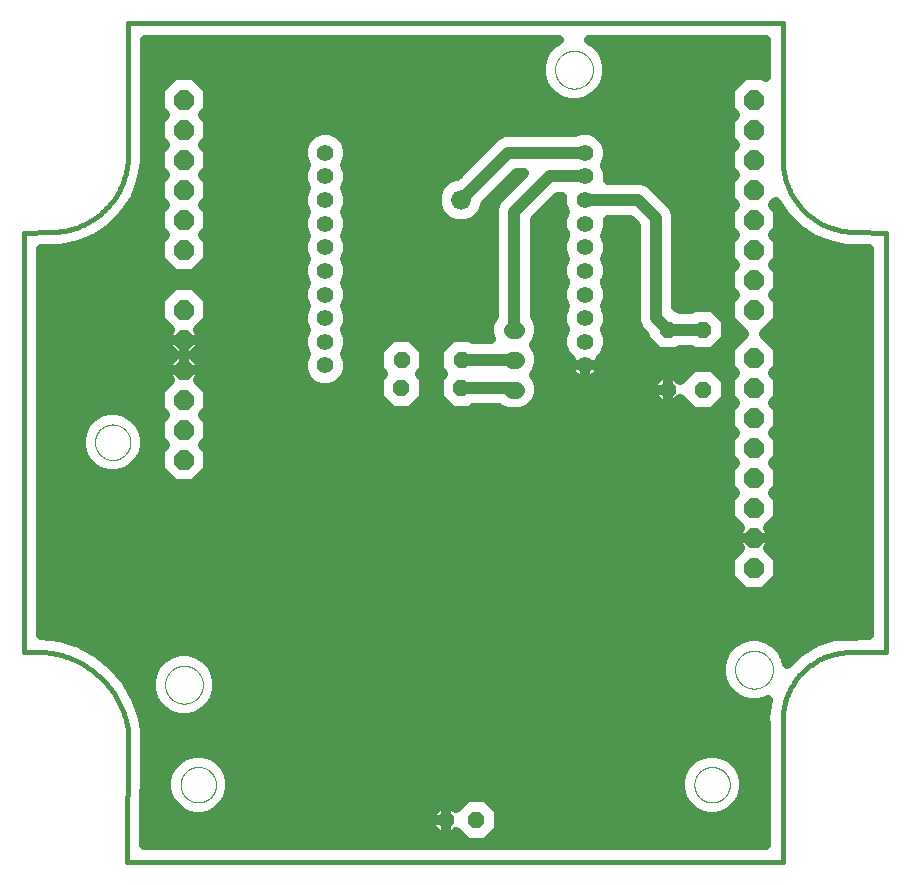
<source format=gtl>
G75*
%MOIN*%
%OFA0B0*%
%FSLAX25Y25*%
%IPPOS*%
%LPD*%
%AMOC8*
5,1,8,0,0,1.08239X$1,22.5*
%
%ADD10C,0.00000*%
%ADD11C,0.01600*%
%ADD12OC8,0.06600*%
%ADD13C,0.05550*%
%ADD14OC8,0.05600*%
%ADD15C,0.05600*%
%ADD16C,0.03200*%
%ADD17C,0.04000*%
%ADD18C,0.06600*%
D10*
X0140683Y0112483D02*
X0140685Y0112641D01*
X0140691Y0112799D01*
X0140701Y0112957D01*
X0140715Y0113115D01*
X0140733Y0113272D01*
X0140754Y0113429D01*
X0140780Y0113585D01*
X0140810Y0113741D01*
X0140843Y0113896D01*
X0140881Y0114049D01*
X0140922Y0114202D01*
X0140967Y0114354D01*
X0141016Y0114505D01*
X0141069Y0114654D01*
X0141125Y0114802D01*
X0141185Y0114948D01*
X0141249Y0115093D01*
X0141317Y0115236D01*
X0141388Y0115378D01*
X0141462Y0115518D01*
X0141540Y0115655D01*
X0141622Y0115791D01*
X0141706Y0115925D01*
X0141795Y0116056D01*
X0141886Y0116185D01*
X0141981Y0116312D01*
X0142078Y0116437D01*
X0142179Y0116559D01*
X0142283Y0116678D01*
X0142390Y0116795D01*
X0142500Y0116909D01*
X0142613Y0117020D01*
X0142728Y0117129D01*
X0142846Y0117234D01*
X0142967Y0117336D01*
X0143090Y0117436D01*
X0143216Y0117532D01*
X0143344Y0117625D01*
X0143474Y0117715D01*
X0143607Y0117801D01*
X0143742Y0117885D01*
X0143878Y0117964D01*
X0144017Y0118041D01*
X0144158Y0118113D01*
X0144300Y0118183D01*
X0144444Y0118248D01*
X0144590Y0118310D01*
X0144737Y0118368D01*
X0144886Y0118423D01*
X0145036Y0118474D01*
X0145187Y0118521D01*
X0145339Y0118564D01*
X0145492Y0118603D01*
X0145647Y0118639D01*
X0145802Y0118670D01*
X0145958Y0118698D01*
X0146114Y0118722D01*
X0146271Y0118742D01*
X0146429Y0118758D01*
X0146586Y0118770D01*
X0146745Y0118778D01*
X0146903Y0118782D01*
X0147061Y0118782D01*
X0147219Y0118778D01*
X0147378Y0118770D01*
X0147535Y0118758D01*
X0147693Y0118742D01*
X0147850Y0118722D01*
X0148006Y0118698D01*
X0148162Y0118670D01*
X0148317Y0118639D01*
X0148472Y0118603D01*
X0148625Y0118564D01*
X0148777Y0118521D01*
X0148928Y0118474D01*
X0149078Y0118423D01*
X0149227Y0118368D01*
X0149374Y0118310D01*
X0149520Y0118248D01*
X0149664Y0118183D01*
X0149806Y0118113D01*
X0149947Y0118041D01*
X0150086Y0117964D01*
X0150222Y0117885D01*
X0150357Y0117801D01*
X0150490Y0117715D01*
X0150620Y0117625D01*
X0150748Y0117532D01*
X0150874Y0117436D01*
X0150997Y0117336D01*
X0151118Y0117234D01*
X0151236Y0117129D01*
X0151351Y0117020D01*
X0151464Y0116909D01*
X0151574Y0116795D01*
X0151681Y0116678D01*
X0151785Y0116559D01*
X0151886Y0116437D01*
X0151983Y0116312D01*
X0152078Y0116185D01*
X0152169Y0116056D01*
X0152258Y0115925D01*
X0152342Y0115791D01*
X0152424Y0115655D01*
X0152502Y0115518D01*
X0152576Y0115378D01*
X0152647Y0115236D01*
X0152715Y0115093D01*
X0152779Y0114948D01*
X0152839Y0114802D01*
X0152895Y0114654D01*
X0152948Y0114505D01*
X0152997Y0114354D01*
X0153042Y0114202D01*
X0153083Y0114049D01*
X0153121Y0113896D01*
X0153154Y0113741D01*
X0153184Y0113585D01*
X0153210Y0113429D01*
X0153231Y0113272D01*
X0153249Y0113115D01*
X0153263Y0112957D01*
X0153273Y0112799D01*
X0153279Y0112641D01*
X0153281Y0112483D01*
X0153279Y0112325D01*
X0153273Y0112167D01*
X0153263Y0112009D01*
X0153249Y0111851D01*
X0153231Y0111694D01*
X0153210Y0111537D01*
X0153184Y0111381D01*
X0153154Y0111225D01*
X0153121Y0111070D01*
X0153083Y0110917D01*
X0153042Y0110764D01*
X0152997Y0110612D01*
X0152948Y0110461D01*
X0152895Y0110312D01*
X0152839Y0110164D01*
X0152779Y0110018D01*
X0152715Y0109873D01*
X0152647Y0109730D01*
X0152576Y0109588D01*
X0152502Y0109448D01*
X0152424Y0109311D01*
X0152342Y0109175D01*
X0152258Y0109041D01*
X0152169Y0108910D01*
X0152078Y0108781D01*
X0151983Y0108654D01*
X0151886Y0108529D01*
X0151785Y0108407D01*
X0151681Y0108288D01*
X0151574Y0108171D01*
X0151464Y0108057D01*
X0151351Y0107946D01*
X0151236Y0107837D01*
X0151118Y0107732D01*
X0150997Y0107630D01*
X0150874Y0107530D01*
X0150748Y0107434D01*
X0150620Y0107341D01*
X0150490Y0107251D01*
X0150357Y0107165D01*
X0150222Y0107081D01*
X0150086Y0107002D01*
X0149947Y0106925D01*
X0149806Y0106853D01*
X0149664Y0106783D01*
X0149520Y0106718D01*
X0149374Y0106656D01*
X0149227Y0106598D01*
X0149078Y0106543D01*
X0148928Y0106492D01*
X0148777Y0106445D01*
X0148625Y0106402D01*
X0148472Y0106363D01*
X0148317Y0106327D01*
X0148162Y0106296D01*
X0148006Y0106268D01*
X0147850Y0106244D01*
X0147693Y0106224D01*
X0147535Y0106208D01*
X0147378Y0106196D01*
X0147219Y0106188D01*
X0147061Y0106184D01*
X0146903Y0106184D01*
X0146745Y0106188D01*
X0146586Y0106196D01*
X0146429Y0106208D01*
X0146271Y0106224D01*
X0146114Y0106244D01*
X0145958Y0106268D01*
X0145802Y0106296D01*
X0145647Y0106327D01*
X0145492Y0106363D01*
X0145339Y0106402D01*
X0145187Y0106445D01*
X0145036Y0106492D01*
X0144886Y0106543D01*
X0144737Y0106598D01*
X0144590Y0106656D01*
X0144444Y0106718D01*
X0144300Y0106783D01*
X0144158Y0106853D01*
X0144017Y0106925D01*
X0143878Y0107002D01*
X0143742Y0107081D01*
X0143607Y0107165D01*
X0143474Y0107251D01*
X0143344Y0107341D01*
X0143216Y0107434D01*
X0143090Y0107530D01*
X0142967Y0107630D01*
X0142846Y0107732D01*
X0142728Y0107837D01*
X0142613Y0107946D01*
X0142500Y0108057D01*
X0142390Y0108171D01*
X0142283Y0108288D01*
X0142179Y0108407D01*
X0142078Y0108529D01*
X0141981Y0108654D01*
X0141886Y0108781D01*
X0141795Y0108910D01*
X0141706Y0109041D01*
X0141622Y0109175D01*
X0141540Y0109311D01*
X0141462Y0109448D01*
X0141388Y0109588D01*
X0141317Y0109730D01*
X0141249Y0109873D01*
X0141185Y0110018D01*
X0141125Y0110164D01*
X0141069Y0110312D01*
X0141016Y0110461D01*
X0140967Y0110612D01*
X0140922Y0110764D01*
X0140881Y0110917D01*
X0140843Y0111070D01*
X0140810Y0111225D01*
X0140780Y0111381D01*
X0140754Y0111537D01*
X0140733Y0111694D01*
X0140715Y0111851D01*
X0140701Y0112009D01*
X0140691Y0112167D01*
X0140685Y0112325D01*
X0140683Y0112483D01*
X0145840Y0079136D02*
X0145842Y0079289D01*
X0145848Y0079443D01*
X0145858Y0079596D01*
X0145872Y0079748D01*
X0145890Y0079901D01*
X0145912Y0080052D01*
X0145937Y0080203D01*
X0145967Y0080354D01*
X0146001Y0080504D01*
X0146038Y0080652D01*
X0146079Y0080800D01*
X0146124Y0080946D01*
X0146173Y0081092D01*
X0146226Y0081236D01*
X0146282Y0081378D01*
X0146342Y0081519D01*
X0146406Y0081659D01*
X0146473Y0081797D01*
X0146544Y0081933D01*
X0146619Y0082067D01*
X0146696Y0082199D01*
X0146778Y0082329D01*
X0146862Y0082457D01*
X0146950Y0082583D01*
X0147041Y0082706D01*
X0147135Y0082827D01*
X0147233Y0082945D01*
X0147333Y0083061D01*
X0147437Y0083174D01*
X0147543Y0083285D01*
X0147652Y0083393D01*
X0147764Y0083498D01*
X0147878Y0083599D01*
X0147996Y0083698D01*
X0148115Y0083794D01*
X0148237Y0083887D01*
X0148362Y0083976D01*
X0148489Y0084063D01*
X0148618Y0084145D01*
X0148749Y0084225D01*
X0148882Y0084301D01*
X0149017Y0084374D01*
X0149154Y0084443D01*
X0149293Y0084508D01*
X0149433Y0084570D01*
X0149575Y0084628D01*
X0149718Y0084683D01*
X0149863Y0084734D01*
X0150009Y0084781D01*
X0150156Y0084824D01*
X0150304Y0084863D01*
X0150453Y0084899D01*
X0150603Y0084930D01*
X0150754Y0084958D01*
X0150905Y0084982D01*
X0151058Y0085002D01*
X0151210Y0085018D01*
X0151363Y0085030D01*
X0151516Y0085038D01*
X0151669Y0085042D01*
X0151823Y0085042D01*
X0151976Y0085038D01*
X0152129Y0085030D01*
X0152282Y0085018D01*
X0152434Y0085002D01*
X0152587Y0084982D01*
X0152738Y0084958D01*
X0152889Y0084930D01*
X0153039Y0084899D01*
X0153188Y0084863D01*
X0153336Y0084824D01*
X0153483Y0084781D01*
X0153629Y0084734D01*
X0153774Y0084683D01*
X0153917Y0084628D01*
X0154059Y0084570D01*
X0154199Y0084508D01*
X0154338Y0084443D01*
X0154475Y0084374D01*
X0154610Y0084301D01*
X0154743Y0084225D01*
X0154874Y0084145D01*
X0155003Y0084063D01*
X0155130Y0083976D01*
X0155255Y0083887D01*
X0155377Y0083794D01*
X0155496Y0083698D01*
X0155614Y0083599D01*
X0155728Y0083498D01*
X0155840Y0083393D01*
X0155949Y0083285D01*
X0156055Y0083174D01*
X0156159Y0083061D01*
X0156259Y0082945D01*
X0156357Y0082827D01*
X0156451Y0082706D01*
X0156542Y0082583D01*
X0156630Y0082457D01*
X0156714Y0082329D01*
X0156796Y0082199D01*
X0156873Y0082067D01*
X0156948Y0081933D01*
X0157019Y0081797D01*
X0157086Y0081659D01*
X0157150Y0081519D01*
X0157210Y0081378D01*
X0157266Y0081236D01*
X0157319Y0081092D01*
X0157368Y0080946D01*
X0157413Y0080800D01*
X0157454Y0080652D01*
X0157491Y0080504D01*
X0157525Y0080354D01*
X0157555Y0080203D01*
X0157580Y0080052D01*
X0157602Y0079901D01*
X0157620Y0079748D01*
X0157634Y0079596D01*
X0157644Y0079443D01*
X0157650Y0079289D01*
X0157652Y0079136D01*
X0157650Y0078983D01*
X0157644Y0078829D01*
X0157634Y0078676D01*
X0157620Y0078524D01*
X0157602Y0078371D01*
X0157580Y0078220D01*
X0157555Y0078069D01*
X0157525Y0077918D01*
X0157491Y0077768D01*
X0157454Y0077620D01*
X0157413Y0077472D01*
X0157368Y0077326D01*
X0157319Y0077180D01*
X0157266Y0077036D01*
X0157210Y0076894D01*
X0157150Y0076753D01*
X0157086Y0076613D01*
X0157019Y0076475D01*
X0156948Y0076339D01*
X0156873Y0076205D01*
X0156796Y0076073D01*
X0156714Y0075943D01*
X0156630Y0075815D01*
X0156542Y0075689D01*
X0156451Y0075566D01*
X0156357Y0075445D01*
X0156259Y0075327D01*
X0156159Y0075211D01*
X0156055Y0075098D01*
X0155949Y0074987D01*
X0155840Y0074879D01*
X0155728Y0074774D01*
X0155614Y0074673D01*
X0155496Y0074574D01*
X0155377Y0074478D01*
X0155255Y0074385D01*
X0155130Y0074296D01*
X0155003Y0074209D01*
X0154874Y0074127D01*
X0154743Y0074047D01*
X0154610Y0073971D01*
X0154475Y0073898D01*
X0154338Y0073829D01*
X0154199Y0073764D01*
X0154059Y0073702D01*
X0153917Y0073644D01*
X0153774Y0073589D01*
X0153629Y0073538D01*
X0153483Y0073491D01*
X0153336Y0073448D01*
X0153188Y0073409D01*
X0153039Y0073373D01*
X0152889Y0073342D01*
X0152738Y0073314D01*
X0152587Y0073290D01*
X0152434Y0073270D01*
X0152282Y0073254D01*
X0152129Y0073242D01*
X0151976Y0073234D01*
X0151823Y0073230D01*
X0151669Y0073230D01*
X0151516Y0073234D01*
X0151363Y0073242D01*
X0151210Y0073254D01*
X0151058Y0073270D01*
X0150905Y0073290D01*
X0150754Y0073314D01*
X0150603Y0073342D01*
X0150453Y0073373D01*
X0150304Y0073409D01*
X0150156Y0073448D01*
X0150009Y0073491D01*
X0149863Y0073538D01*
X0149718Y0073589D01*
X0149575Y0073644D01*
X0149433Y0073702D01*
X0149293Y0073764D01*
X0149154Y0073829D01*
X0149017Y0073898D01*
X0148882Y0073971D01*
X0148749Y0074047D01*
X0148618Y0074127D01*
X0148489Y0074209D01*
X0148362Y0074296D01*
X0148237Y0074385D01*
X0148115Y0074478D01*
X0147996Y0074574D01*
X0147878Y0074673D01*
X0147764Y0074774D01*
X0147652Y0074879D01*
X0147543Y0074987D01*
X0147437Y0075098D01*
X0147333Y0075211D01*
X0147233Y0075327D01*
X0147135Y0075445D01*
X0147041Y0075566D01*
X0146950Y0075689D01*
X0146862Y0075815D01*
X0146778Y0075943D01*
X0146696Y0076073D01*
X0146619Y0076205D01*
X0146544Y0076339D01*
X0146473Y0076475D01*
X0146406Y0076613D01*
X0146342Y0076753D01*
X0146282Y0076894D01*
X0146226Y0077036D01*
X0146173Y0077180D01*
X0146124Y0077326D01*
X0146079Y0077472D01*
X0146038Y0077620D01*
X0146001Y0077768D01*
X0145967Y0077918D01*
X0145937Y0078069D01*
X0145912Y0078220D01*
X0145890Y0078371D01*
X0145872Y0078524D01*
X0145858Y0078676D01*
X0145848Y0078829D01*
X0145842Y0078983D01*
X0145840Y0079136D01*
X0117297Y0193310D02*
X0117299Y0193463D01*
X0117305Y0193617D01*
X0117315Y0193770D01*
X0117329Y0193922D01*
X0117347Y0194075D01*
X0117369Y0194226D01*
X0117394Y0194377D01*
X0117424Y0194528D01*
X0117458Y0194678D01*
X0117495Y0194826D01*
X0117536Y0194974D01*
X0117581Y0195120D01*
X0117630Y0195266D01*
X0117683Y0195410D01*
X0117739Y0195552D01*
X0117799Y0195693D01*
X0117863Y0195833D01*
X0117930Y0195971D01*
X0118001Y0196107D01*
X0118076Y0196241D01*
X0118153Y0196373D01*
X0118235Y0196503D01*
X0118319Y0196631D01*
X0118407Y0196757D01*
X0118498Y0196880D01*
X0118592Y0197001D01*
X0118690Y0197119D01*
X0118790Y0197235D01*
X0118894Y0197348D01*
X0119000Y0197459D01*
X0119109Y0197567D01*
X0119221Y0197672D01*
X0119335Y0197773D01*
X0119453Y0197872D01*
X0119572Y0197968D01*
X0119694Y0198061D01*
X0119819Y0198150D01*
X0119946Y0198237D01*
X0120075Y0198319D01*
X0120206Y0198399D01*
X0120339Y0198475D01*
X0120474Y0198548D01*
X0120611Y0198617D01*
X0120750Y0198682D01*
X0120890Y0198744D01*
X0121032Y0198802D01*
X0121175Y0198857D01*
X0121320Y0198908D01*
X0121466Y0198955D01*
X0121613Y0198998D01*
X0121761Y0199037D01*
X0121910Y0199073D01*
X0122060Y0199104D01*
X0122211Y0199132D01*
X0122362Y0199156D01*
X0122515Y0199176D01*
X0122667Y0199192D01*
X0122820Y0199204D01*
X0122973Y0199212D01*
X0123126Y0199216D01*
X0123280Y0199216D01*
X0123433Y0199212D01*
X0123586Y0199204D01*
X0123739Y0199192D01*
X0123891Y0199176D01*
X0124044Y0199156D01*
X0124195Y0199132D01*
X0124346Y0199104D01*
X0124496Y0199073D01*
X0124645Y0199037D01*
X0124793Y0198998D01*
X0124940Y0198955D01*
X0125086Y0198908D01*
X0125231Y0198857D01*
X0125374Y0198802D01*
X0125516Y0198744D01*
X0125656Y0198682D01*
X0125795Y0198617D01*
X0125932Y0198548D01*
X0126067Y0198475D01*
X0126200Y0198399D01*
X0126331Y0198319D01*
X0126460Y0198237D01*
X0126587Y0198150D01*
X0126712Y0198061D01*
X0126834Y0197968D01*
X0126953Y0197872D01*
X0127071Y0197773D01*
X0127185Y0197672D01*
X0127297Y0197567D01*
X0127406Y0197459D01*
X0127512Y0197348D01*
X0127616Y0197235D01*
X0127716Y0197119D01*
X0127814Y0197001D01*
X0127908Y0196880D01*
X0127999Y0196757D01*
X0128087Y0196631D01*
X0128171Y0196503D01*
X0128253Y0196373D01*
X0128330Y0196241D01*
X0128405Y0196107D01*
X0128476Y0195971D01*
X0128543Y0195833D01*
X0128607Y0195693D01*
X0128667Y0195552D01*
X0128723Y0195410D01*
X0128776Y0195266D01*
X0128825Y0195120D01*
X0128870Y0194974D01*
X0128911Y0194826D01*
X0128948Y0194678D01*
X0128982Y0194528D01*
X0129012Y0194377D01*
X0129037Y0194226D01*
X0129059Y0194075D01*
X0129077Y0193922D01*
X0129091Y0193770D01*
X0129101Y0193617D01*
X0129107Y0193463D01*
X0129109Y0193310D01*
X0129107Y0193157D01*
X0129101Y0193003D01*
X0129091Y0192850D01*
X0129077Y0192698D01*
X0129059Y0192545D01*
X0129037Y0192394D01*
X0129012Y0192243D01*
X0128982Y0192092D01*
X0128948Y0191942D01*
X0128911Y0191794D01*
X0128870Y0191646D01*
X0128825Y0191500D01*
X0128776Y0191354D01*
X0128723Y0191210D01*
X0128667Y0191068D01*
X0128607Y0190927D01*
X0128543Y0190787D01*
X0128476Y0190649D01*
X0128405Y0190513D01*
X0128330Y0190379D01*
X0128253Y0190247D01*
X0128171Y0190117D01*
X0128087Y0189989D01*
X0127999Y0189863D01*
X0127908Y0189740D01*
X0127814Y0189619D01*
X0127716Y0189501D01*
X0127616Y0189385D01*
X0127512Y0189272D01*
X0127406Y0189161D01*
X0127297Y0189053D01*
X0127185Y0188948D01*
X0127071Y0188847D01*
X0126953Y0188748D01*
X0126834Y0188652D01*
X0126712Y0188559D01*
X0126587Y0188470D01*
X0126460Y0188383D01*
X0126331Y0188301D01*
X0126200Y0188221D01*
X0126067Y0188145D01*
X0125932Y0188072D01*
X0125795Y0188003D01*
X0125656Y0187938D01*
X0125516Y0187876D01*
X0125374Y0187818D01*
X0125231Y0187763D01*
X0125086Y0187712D01*
X0124940Y0187665D01*
X0124793Y0187622D01*
X0124645Y0187583D01*
X0124496Y0187547D01*
X0124346Y0187516D01*
X0124195Y0187488D01*
X0124044Y0187464D01*
X0123891Y0187444D01*
X0123739Y0187428D01*
X0123586Y0187416D01*
X0123433Y0187408D01*
X0123280Y0187404D01*
X0123126Y0187404D01*
X0122973Y0187408D01*
X0122820Y0187416D01*
X0122667Y0187428D01*
X0122515Y0187444D01*
X0122362Y0187464D01*
X0122211Y0187488D01*
X0122060Y0187516D01*
X0121910Y0187547D01*
X0121761Y0187583D01*
X0121613Y0187622D01*
X0121466Y0187665D01*
X0121320Y0187712D01*
X0121175Y0187763D01*
X0121032Y0187818D01*
X0120890Y0187876D01*
X0120750Y0187938D01*
X0120611Y0188003D01*
X0120474Y0188072D01*
X0120339Y0188145D01*
X0120206Y0188221D01*
X0120075Y0188301D01*
X0119946Y0188383D01*
X0119819Y0188470D01*
X0119694Y0188559D01*
X0119572Y0188652D01*
X0119453Y0188748D01*
X0119335Y0188847D01*
X0119221Y0188948D01*
X0119109Y0189053D01*
X0119000Y0189161D01*
X0118894Y0189272D01*
X0118790Y0189385D01*
X0118690Y0189501D01*
X0118592Y0189619D01*
X0118498Y0189740D01*
X0118407Y0189863D01*
X0118319Y0189989D01*
X0118235Y0190117D01*
X0118153Y0190247D01*
X0118076Y0190379D01*
X0118001Y0190513D01*
X0117930Y0190649D01*
X0117863Y0190787D01*
X0117799Y0190927D01*
X0117739Y0191068D01*
X0117683Y0191210D01*
X0117630Y0191354D01*
X0117581Y0191500D01*
X0117536Y0191646D01*
X0117495Y0191794D01*
X0117458Y0191942D01*
X0117424Y0192092D01*
X0117394Y0192243D01*
X0117369Y0192394D01*
X0117347Y0192545D01*
X0117329Y0192698D01*
X0117315Y0192850D01*
X0117305Y0193003D01*
X0117299Y0193157D01*
X0117297Y0193310D01*
X0270683Y0317483D02*
X0270685Y0317641D01*
X0270691Y0317799D01*
X0270701Y0317957D01*
X0270715Y0318115D01*
X0270733Y0318272D01*
X0270754Y0318429D01*
X0270780Y0318585D01*
X0270810Y0318741D01*
X0270843Y0318896D01*
X0270881Y0319049D01*
X0270922Y0319202D01*
X0270967Y0319354D01*
X0271016Y0319505D01*
X0271069Y0319654D01*
X0271125Y0319802D01*
X0271185Y0319948D01*
X0271249Y0320093D01*
X0271317Y0320236D01*
X0271388Y0320378D01*
X0271462Y0320518D01*
X0271540Y0320655D01*
X0271622Y0320791D01*
X0271706Y0320925D01*
X0271795Y0321056D01*
X0271886Y0321185D01*
X0271981Y0321312D01*
X0272078Y0321437D01*
X0272179Y0321559D01*
X0272283Y0321678D01*
X0272390Y0321795D01*
X0272500Y0321909D01*
X0272613Y0322020D01*
X0272728Y0322129D01*
X0272846Y0322234D01*
X0272967Y0322336D01*
X0273090Y0322436D01*
X0273216Y0322532D01*
X0273344Y0322625D01*
X0273474Y0322715D01*
X0273607Y0322801D01*
X0273742Y0322885D01*
X0273878Y0322964D01*
X0274017Y0323041D01*
X0274158Y0323113D01*
X0274300Y0323183D01*
X0274444Y0323248D01*
X0274590Y0323310D01*
X0274737Y0323368D01*
X0274886Y0323423D01*
X0275036Y0323474D01*
X0275187Y0323521D01*
X0275339Y0323564D01*
X0275492Y0323603D01*
X0275647Y0323639D01*
X0275802Y0323670D01*
X0275958Y0323698D01*
X0276114Y0323722D01*
X0276271Y0323742D01*
X0276429Y0323758D01*
X0276586Y0323770D01*
X0276745Y0323778D01*
X0276903Y0323782D01*
X0277061Y0323782D01*
X0277219Y0323778D01*
X0277378Y0323770D01*
X0277535Y0323758D01*
X0277693Y0323742D01*
X0277850Y0323722D01*
X0278006Y0323698D01*
X0278162Y0323670D01*
X0278317Y0323639D01*
X0278472Y0323603D01*
X0278625Y0323564D01*
X0278777Y0323521D01*
X0278928Y0323474D01*
X0279078Y0323423D01*
X0279227Y0323368D01*
X0279374Y0323310D01*
X0279520Y0323248D01*
X0279664Y0323183D01*
X0279806Y0323113D01*
X0279947Y0323041D01*
X0280086Y0322964D01*
X0280222Y0322885D01*
X0280357Y0322801D01*
X0280490Y0322715D01*
X0280620Y0322625D01*
X0280748Y0322532D01*
X0280874Y0322436D01*
X0280997Y0322336D01*
X0281118Y0322234D01*
X0281236Y0322129D01*
X0281351Y0322020D01*
X0281464Y0321909D01*
X0281574Y0321795D01*
X0281681Y0321678D01*
X0281785Y0321559D01*
X0281886Y0321437D01*
X0281983Y0321312D01*
X0282078Y0321185D01*
X0282169Y0321056D01*
X0282258Y0320925D01*
X0282342Y0320791D01*
X0282424Y0320655D01*
X0282502Y0320518D01*
X0282576Y0320378D01*
X0282647Y0320236D01*
X0282715Y0320093D01*
X0282779Y0319948D01*
X0282839Y0319802D01*
X0282895Y0319654D01*
X0282948Y0319505D01*
X0282997Y0319354D01*
X0283042Y0319202D01*
X0283083Y0319049D01*
X0283121Y0318896D01*
X0283154Y0318741D01*
X0283184Y0318585D01*
X0283210Y0318429D01*
X0283231Y0318272D01*
X0283249Y0318115D01*
X0283263Y0317957D01*
X0283273Y0317799D01*
X0283279Y0317641D01*
X0283281Y0317483D01*
X0283279Y0317325D01*
X0283273Y0317167D01*
X0283263Y0317009D01*
X0283249Y0316851D01*
X0283231Y0316694D01*
X0283210Y0316537D01*
X0283184Y0316381D01*
X0283154Y0316225D01*
X0283121Y0316070D01*
X0283083Y0315917D01*
X0283042Y0315764D01*
X0282997Y0315612D01*
X0282948Y0315461D01*
X0282895Y0315312D01*
X0282839Y0315164D01*
X0282779Y0315018D01*
X0282715Y0314873D01*
X0282647Y0314730D01*
X0282576Y0314588D01*
X0282502Y0314448D01*
X0282424Y0314311D01*
X0282342Y0314175D01*
X0282258Y0314041D01*
X0282169Y0313910D01*
X0282078Y0313781D01*
X0281983Y0313654D01*
X0281886Y0313529D01*
X0281785Y0313407D01*
X0281681Y0313288D01*
X0281574Y0313171D01*
X0281464Y0313057D01*
X0281351Y0312946D01*
X0281236Y0312837D01*
X0281118Y0312732D01*
X0280997Y0312630D01*
X0280874Y0312530D01*
X0280748Y0312434D01*
X0280620Y0312341D01*
X0280490Y0312251D01*
X0280357Y0312165D01*
X0280222Y0312081D01*
X0280086Y0312002D01*
X0279947Y0311925D01*
X0279806Y0311853D01*
X0279664Y0311783D01*
X0279520Y0311718D01*
X0279374Y0311656D01*
X0279227Y0311598D01*
X0279078Y0311543D01*
X0278928Y0311492D01*
X0278777Y0311445D01*
X0278625Y0311402D01*
X0278472Y0311363D01*
X0278317Y0311327D01*
X0278162Y0311296D01*
X0278006Y0311268D01*
X0277850Y0311244D01*
X0277693Y0311224D01*
X0277535Y0311208D01*
X0277378Y0311196D01*
X0277219Y0311188D01*
X0277061Y0311184D01*
X0276903Y0311184D01*
X0276745Y0311188D01*
X0276586Y0311196D01*
X0276429Y0311208D01*
X0276271Y0311224D01*
X0276114Y0311244D01*
X0275958Y0311268D01*
X0275802Y0311296D01*
X0275647Y0311327D01*
X0275492Y0311363D01*
X0275339Y0311402D01*
X0275187Y0311445D01*
X0275036Y0311492D01*
X0274886Y0311543D01*
X0274737Y0311598D01*
X0274590Y0311656D01*
X0274444Y0311718D01*
X0274300Y0311783D01*
X0274158Y0311853D01*
X0274017Y0311925D01*
X0273878Y0312002D01*
X0273742Y0312081D01*
X0273607Y0312165D01*
X0273474Y0312251D01*
X0273344Y0312341D01*
X0273216Y0312434D01*
X0273090Y0312530D01*
X0272967Y0312630D01*
X0272846Y0312732D01*
X0272728Y0312837D01*
X0272613Y0312946D01*
X0272500Y0313057D01*
X0272390Y0313171D01*
X0272283Y0313288D01*
X0272179Y0313407D01*
X0272078Y0313529D01*
X0271981Y0313654D01*
X0271886Y0313781D01*
X0271795Y0313910D01*
X0271706Y0314041D01*
X0271622Y0314175D01*
X0271540Y0314311D01*
X0271462Y0314448D01*
X0271388Y0314588D01*
X0271317Y0314730D01*
X0271249Y0314873D01*
X0271185Y0315018D01*
X0271125Y0315164D01*
X0271069Y0315312D01*
X0271016Y0315461D01*
X0270967Y0315612D01*
X0270922Y0315764D01*
X0270881Y0315917D01*
X0270843Y0316070D01*
X0270810Y0316225D01*
X0270780Y0316381D01*
X0270754Y0316537D01*
X0270733Y0316694D01*
X0270715Y0316851D01*
X0270701Y0317009D01*
X0270691Y0317167D01*
X0270685Y0317325D01*
X0270683Y0317483D01*
X0330683Y0117483D02*
X0330685Y0117641D01*
X0330691Y0117799D01*
X0330701Y0117957D01*
X0330715Y0118115D01*
X0330733Y0118272D01*
X0330754Y0118429D01*
X0330780Y0118585D01*
X0330810Y0118741D01*
X0330843Y0118896D01*
X0330881Y0119049D01*
X0330922Y0119202D01*
X0330967Y0119354D01*
X0331016Y0119505D01*
X0331069Y0119654D01*
X0331125Y0119802D01*
X0331185Y0119948D01*
X0331249Y0120093D01*
X0331317Y0120236D01*
X0331388Y0120378D01*
X0331462Y0120518D01*
X0331540Y0120655D01*
X0331622Y0120791D01*
X0331706Y0120925D01*
X0331795Y0121056D01*
X0331886Y0121185D01*
X0331981Y0121312D01*
X0332078Y0121437D01*
X0332179Y0121559D01*
X0332283Y0121678D01*
X0332390Y0121795D01*
X0332500Y0121909D01*
X0332613Y0122020D01*
X0332728Y0122129D01*
X0332846Y0122234D01*
X0332967Y0122336D01*
X0333090Y0122436D01*
X0333216Y0122532D01*
X0333344Y0122625D01*
X0333474Y0122715D01*
X0333607Y0122801D01*
X0333742Y0122885D01*
X0333878Y0122964D01*
X0334017Y0123041D01*
X0334158Y0123113D01*
X0334300Y0123183D01*
X0334444Y0123248D01*
X0334590Y0123310D01*
X0334737Y0123368D01*
X0334886Y0123423D01*
X0335036Y0123474D01*
X0335187Y0123521D01*
X0335339Y0123564D01*
X0335492Y0123603D01*
X0335647Y0123639D01*
X0335802Y0123670D01*
X0335958Y0123698D01*
X0336114Y0123722D01*
X0336271Y0123742D01*
X0336429Y0123758D01*
X0336586Y0123770D01*
X0336745Y0123778D01*
X0336903Y0123782D01*
X0337061Y0123782D01*
X0337219Y0123778D01*
X0337378Y0123770D01*
X0337535Y0123758D01*
X0337693Y0123742D01*
X0337850Y0123722D01*
X0338006Y0123698D01*
X0338162Y0123670D01*
X0338317Y0123639D01*
X0338472Y0123603D01*
X0338625Y0123564D01*
X0338777Y0123521D01*
X0338928Y0123474D01*
X0339078Y0123423D01*
X0339227Y0123368D01*
X0339374Y0123310D01*
X0339520Y0123248D01*
X0339664Y0123183D01*
X0339806Y0123113D01*
X0339947Y0123041D01*
X0340086Y0122964D01*
X0340222Y0122885D01*
X0340357Y0122801D01*
X0340490Y0122715D01*
X0340620Y0122625D01*
X0340748Y0122532D01*
X0340874Y0122436D01*
X0340997Y0122336D01*
X0341118Y0122234D01*
X0341236Y0122129D01*
X0341351Y0122020D01*
X0341464Y0121909D01*
X0341574Y0121795D01*
X0341681Y0121678D01*
X0341785Y0121559D01*
X0341886Y0121437D01*
X0341983Y0121312D01*
X0342078Y0121185D01*
X0342169Y0121056D01*
X0342258Y0120925D01*
X0342342Y0120791D01*
X0342424Y0120655D01*
X0342502Y0120518D01*
X0342576Y0120378D01*
X0342647Y0120236D01*
X0342715Y0120093D01*
X0342779Y0119948D01*
X0342839Y0119802D01*
X0342895Y0119654D01*
X0342948Y0119505D01*
X0342997Y0119354D01*
X0343042Y0119202D01*
X0343083Y0119049D01*
X0343121Y0118896D01*
X0343154Y0118741D01*
X0343184Y0118585D01*
X0343210Y0118429D01*
X0343231Y0118272D01*
X0343249Y0118115D01*
X0343263Y0117957D01*
X0343273Y0117799D01*
X0343279Y0117641D01*
X0343281Y0117483D01*
X0343279Y0117325D01*
X0343273Y0117167D01*
X0343263Y0117009D01*
X0343249Y0116851D01*
X0343231Y0116694D01*
X0343210Y0116537D01*
X0343184Y0116381D01*
X0343154Y0116225D01*
X0343121Y0116070D01*
X0343083Y0115917D01*
X0343042Y0115764D01*
X0342997Y0115612D01*
X0342948Y0115461D01*
X0342895Y0115312D01*
X0342839Y0115164D01*
X0342779Y0115018D01*
X0342715Y0114873D01*
X0342647Y0114730D01*
X0342576Y0114588D01*
X0342502Y0114448D01*
X0342424Y0114311D01*
X0342342Y0114175D01*
X0342258Y0114041D01*
X0342169Y0113910D01*
X0342078Y0113781D01*
X0341983Y0113654D01*
X0341886Y0113529D01*
X0341785Y0113407D01*
X0341681Y0113288D01*
X0341574Y0113171D01*
X0341464Y0113057D01*
X0341351Y0112946D01*
X0341236Y0112837D01*
X0341118Y0112732D01*
X0340997Y0112630D01*
X0340874Y0112530D01*
X0340748Y0112434D01*
X0340620Y0112341D01*
X0340490Y0112251D01*
X0340357Y0112165D01*
X0340222Y0112081D01*
X0340086Y0112002D01*
X0339947Y0111925D01*
X0339806Y0111853D01*
X0339664Y0111783D01*
X0339520Y0111718D01*
X0339374Y0111656D01*
X0339227Y0111598D01*
X0339078Y0111543D01*
X0338928Y0111492D01*
X0338777Y0111445D01*
X0338625Y0111402D01*
X0338472Y0111363D01*
X0338317Y0111327D01*
X0338162Y0111296D01*
X0338006Y0111268D01*
X0337850Y0111244D01*
X0337693Y0111224D01*
X0337535Y0111208D01*
X0337378Y0111196D01*
X0337219Y0111188D01*
X0337061Y0111184D01*
X0336903Y0111184D01*
X0336745Y0111188D01*
X0336586Y0111196D01*
X0336429Y0111208D01*
X0336271Y0111224D01*
X0336114Y0111244D01*
X0335958Y0111268D01*
X0335802Y0111296D01*
X0335647Y0111327D01*
X0335492Y0111363D01*
X0335339Y0111402D01*
X0335187Y0111445D01*
X0335036Y0111492D01*
X0334886Y0111543D01*
X0334737Y0111598D01*
X0334590Y0111656D01*
X0334444Y0111718D01*
X0334300Y0111783D01*
X0334158Y0111853D01*
X0334017Y0111925D01*
X0333878Y0112002D01*
X0333742Y0112081D01*
X0333607Y0112165D01*
X0333474Y0112251D01*
X0333344Y0112341D01*
X0333216Y0112434D01*
X0333090Y0112530D01*
X0332967Y0112630D01*
X0332846Y0112732D01*
X0332728Y0112837D01*
X0332613Y0112946D01*
X0332500Y0113057D01*
X0332390Y0113171D01*
X0332283Y0113288D01*
X0332179Y0113407D01*
X0332078Y0113529D01*
X0331981Y0113654D01*
X0331886Y0113781D01*
X0331795Y0113910D01*
X0331706Y0114041D01*
X0331622Y0114175D01*
X0331540Y0114311D01*
X0331462Y0114448D01*
X0331388Y0114588D01*
X0331317Y0114730D01*
X0331249Y0114873D01*
X0331185Y0115018D01*
X0331125Y0115164D01*
X0331069Y0115312D01*
X0331016Y0115461D01*
X0330967Y0115612D01*
X0330922Y0115764D01*
X0330881Y0115917D01*
X0330843Y0116070D01*
X0330810Y0116225D01*
X0330780Y0116381D01*
X0330754Y0116537D01*
X0330733Y0116694D01*
X0330715Y0116851D01*
X0330701Y0117009D01*
X0330691Y0117167D01*
X0330685Y0117325D01*
X0330683Y0117483D01*
X0317100Y0079136D02*
X0317102Y0079289D01*
X0317108Y0079443D01*
X0317118Y0079596D01*
X0317132Y0079748D01*
X0317150Y0079901D01*
X0317172Y0080052D01*
X0317197Y0080203D01*
X0317227Y0080354D01*
X0317261Y0080504D01*
X0317298Y0080652D01*
X0317339Y0080800D01*
X0317384Y0080946D01*
X0317433Y0081092D01*
X0317486Y0081236D01*
X0317542Y0081378D01*
X0317602Y0081519D01*
X0317666Y0081659D01*
X0317733Y0081797D01*
X0317804Y0081933D01*
X0317879Y0082067D01*
X0317956Y0082199D01*
X0318038Y0082329D01*
X0318122Y0082457D01*
X0318210Y0082583D01*
X0318301Y0082706D01*
X0318395Y0082827D01*
X0318493Y0082945D01*
X0318593Y0083061D01*
X0318697Y0083174D01*
X0318803Y0083285D01*
X0318912Y0083393D01*
X0319024Y0083498D01*
X0319138Y0083599D01*
X0319256Y0083698D01*
X0319375Y0083794D01*
X0319497Y0083887D01*
X0319622Y0083976D01*
X0319749Y0084063D01*
X0319878Y0084145D01*
X0320009Y0084225D01*
X0320142Y0084301D01*
X0320277Y0084374D01*
X0320414Y0084443D01*
X0320553Y0084508D01*
X0320693Y0084570D01*
X0320835Y0084628D01*
X0320978Y0084683D01*
X0321123Y0084734D01*
X0321269Y0084781D01*
X0321416Y0084824D01*
X0321564Y0084863D01*
X0321713Y0084899D01*
X0321863Y0084930D01*
X0322014Y0084958D01*
X0322165Y0084982D01*
X0322318Y0085002D01*
X0322470Y0085018D01*
X0322623Y0085030D01*
X0322776Y0085038D01*
X0322929Y0085042D01*
X0323083Y0085042D01*
X0323236Y0085038D01*
X0323389Y0085030D01*
X0323542Y0085018D01*
X0323694Y0085002D01*
X0323847Y0084982D01*
X0323998Y0084958D01*
X0324149Y0084930D01*
X0324299Y0084899D01*
X0324448Y0084863D01*
X0324596Y0084824D01*
X0324743Y0084781D01*
X0324889Y0084734D01*
X0325034Y0084683D01*
X0325177Y0084628D01*
X0325319Y0084570D01*
X0325459Y0084508D01*
X0325598Y0084443D01*
X0325735Y0084374D01*
X0325870Y0084301D01*
X0326003Y0084225D01*
X0326134Y0084145D01*
X0326263Y0084063D01*
X0326390Y0083976D01*
X0326515Y0083887D01*
X0326637Y0083794D01*
X0326756Y0083698D01*
X0326874Y0083599D01*
X0326988Y0083498D01*
X0327100Y0083393D01*
X0327209Y0083285D01*
X0327315Y0083174D01*
X0327419Y0083061D01*
X0327519Y0082945D01*
X0327617Y0082827D01*
X0327711Y0082706D01*
X0327802Y0082583D01*
X0327890Y0082457D01*
X0327974Y0082329D01*
X0328056Y0082199D01*
X0328133Y0082067D01*
X0328208Y0081933D01*
X0328279Y0081797D01*
X0328346Y0081659D01*
X0328410Y0081519D01*
X0328470Y0081378D01*
X0328526Y0081236D01*
X0328579Y0081092D01*
X0328628Y0080946D01*
X0328673Y0080800D01*
X0328714Y0080652D01*
X0328751Y0080504D01*
X0328785Y0080354D01*
X0328815Y0080203D01*
X0328840Y0080052D01*
X0328862Y0079901D01*
X0328880Y0079748D01*
X0328894Y0079596D01*
X0328904Y0079443D01*
X0328910Y0079289D01*
X0328912Y0079136D01*
X0328910Y0078983D01*
X0328904Y0078829D01*
X0328894Y0078676D01*
X0328880Y0078524D01*
X0328862Y0078371D01*
X0328840Y0078220D01*
X0328815Y0078069D01*
X0328785Y0077918D01*
X0328751Y0077768D01*
X0328714Y0077620D01*
X0328673Y0077472D01*
X0328628Y0077326D01*
X0328579Y0077180D01*
X0328526Y0077036D01*
X0328470Y0076894D01*
X0328410Y0076753D01*
X0328346Y0076613D01*
X0328279Y0076475D01*
X0328208Y0076339D01*
X0328133Y0076205D01*
X0328056Y0076073D01*
X0327974Y0075943D01*
X0327890Y0075815D01*
X0327802Y0075689D01*
X0327711Y0075566D01*
X0327617Y0075445D01*
X0327519Y0075327D01*
X0327419Y0075211D01*
X0327315Y0075098D01*
X0327209Y0074987D01*
X0327100Y0074879D01*
X0326988Y0074774D01*
X0326874Y0074673D01*
X0326756Y0074574D01*
X0326637Y0074478D01*
X0326515Y0074385D01*
X0326390Y0074296D01*
X0326263Y0074209D01*
X0326134Y0074127D01*
X0326003Y0074047D01*
X0325870Y0073971D01*
X0325735Y0073898D01*
X0325598Y0073829D01*
X0325459Y0073764D01*
X0325319Y0073702D01*
X0325177Y0073644D01*
X0325034Y0073589D01*
X0324889Y0073538D01*
X0324743Y0073491D01*
X0324596Y0073448D01*
X0324448Y0073409D01*
X0324299Y0073373D01*
X0324149Y0073342D01*
X0323998Y0073314D01*
X0323847Y0073290D01*
X0323694Y0073270D01*
X0323542Y0073254D01*
X0323389Y0073242D01*
X0323236Y0073234D01*
X0323083Y0073230D01*
X0322929Y0073230D01*
X0322776Y0073234D01*
X0322623Y0073242D01*
X0322470Y0073254D01*
X0322318Y0073270D01*
X0322165Y0073290D01*
X0322014Y0073314D01*
X0321863Y0073342D01*
X0321713Y0073373D01*
X0321564Y0073409D01*
X0321416Y0073448D01*
X0321269Y0073491D01*
X0321123Y0073538D01*
X0320978Y0073589D01*
X0320835Y0073644D01*
X0320693Y0073702D01*
X0320553Y0073764D01*
X0320414Y0073829D01*
X0320277Y0073898D01*
X0320142Y0073971D01*
X0320009Y0074047D01*
X0319878Y0074127D01*
X0319749Y0074209D01*
X0319622Y0074296D01*
X0319497Y0074385D01*
X0319375Y0074478D01*
X0319256Y0074574D01*
X0319138Y0074673D01*
X0319024Y0074774D01*
X0318912Y0074879D01*
X0318803Y0074987D01*
X0318697Y0075098D01*
X0318593Y0075211D01*
X0318493Y0075327D01*
X0318395Y0075445D01*
X0318301Y0075566D01*
X0318210Y0075689D01*
X0318122Y0075815D01*
X0318038Y0075943D01*
X0317956Y0076073D01*
X0317879Y0076205D01*
X0317804Y0076339D01*
X0317733Y0076475D01*
X0317666Y0076613D01*
X0317602Y0076753D01*
X0317542Y0076894D01*
X0317486Y0077036D01*
X0317433Y0077180D01*
X0317384Y0077326D01*
X0317339Y0077472D01*
X0317298Y0077620D01*
X0317261Y0077768D01*
X0317227Y0077918D01*
X0317197Y0078069D01*
X0317172Y0078220D01*
X0317150Y0078371D01*
X0317132Y0078524D01*
X0317118Y0078676D01*
X0317108Y0078829D01*
X0317102Y0078983D01*
X0317100Y0079136D01*
D11*
X0095879Y0123361D02*
X0095145Y0123400D01*
X0094410Y0123422D01*
X0093675Y0123428D01*
X0093675Y0263192D01*
X0102675Y0263389D01*
X0103300Y0263397D01*
X0103924Y0263419D01*
X0104548Y0263458D01*
X0105171Y0263511D01*
X0105792Y0263579D01*
X0106411Y0263663D01*
X0107028Y0263761D01*
X0107642Y0263875D01*
X0108254Y0264003D01*
X0108862Y0264147D01*
X0109466Y0264305D01*
X0110067Y0264478D01*
X0110663Y0264665D01*
X0111254Y0264867D01*
X0111840Y0265084D01*
X0112421Y0265314D01*
X0112996Y0265559D01*
X0113565Y0265817D01*
X0114127Y0266090D01*
X0114682Y0266375D01*
X0115231Y0266675D01*
X0115772Y0266988D01*
X0116305Y0267313D01*
X0116830Y0267652D01*
X0117347Y0268003D01*
X0117855Y0268367D01*
X0118354Y0268743D01*
X0118843Y0269132D01*
X0119323Y0269532D01*
X0119793Y0269943D01*
X0120253Y0270366D01*
X0120703Y0270800D01*
X0121141Y0271245D01*
X0121569Y0271700D01*
X0121986Y0272166D01*
X0122391Y0272642D01*
X0122784Y0273127D01*
X0123166Y0273622D01*
X0123535Y0274126D01*
X0123892Y0274639D01*
X0124236Y0275160D01*
X0124567Y0275690D01*
X0124886Y0276227D01*
X0125191Y0276773D01*
X0125483Y0277325D01*
X0125761Y0277884D01*
X0126026Y0278450D01*
X0126277Y0279023D01*
X0126513Y0279601D01*
X0126736Y0280185D01*
X0126944Y0280774D01*
X0127138Y0281368D01*
X0127317Y0281966D01*
X0127482Y0282569D01*
X0127632Y0283176D01*
X0127767Y0283786D01*
X0127887Y0284399D01*
X0127992Y0285015D01*
X0128082Y0285633D01*
X0128157Y0286253D01*
X0128217Y0286875D01*
X0128262Y0287499D01*
X0128291Y0288123D01*
X0128306Y0288747D01*
X0128305Y0289372D01*
X0128242Y0332995D01*
X0346628Y0333073D01*
X0346628Y0287305D01*
X0346635Y0286727D01*
X0346656Y0286150D01*
X0346691Y0285573D01*
X0346740Y0284997D01*
X0346802Y0284422D01*
X0346879Y0283849D01*
X0346969Y0283279D01*
X0347074Y0282710D01*
X0347191Y0282144D01*
X0347323Y0281582D01*
X0347468Y0281022D01*
X0347627Y0280466D01*
X0347799Y0279915D01*
X0347984Y0279367D01*
X0348182Y0278824D01*
X0348394Y0278286D01*
X0348618Y0277754D01*
X0348855Y0277227D01*
X0349105Y0276706D01*
X0349367Y0276191D01*
X0349642Y0275682D01*
X0349929Y0275181D01*
X0350228Y0274686D01*
X0350539Y0274199D01*
X0350862Y0273719D01*
X0351196Y0273248D01*
X0351541Y0272784D01*
X0351897Y0272329D01*
X0352265Y0271883D01*
X0352643Y0271446D01*
X0353031Y0271018D01*
X0353430Y0270599D01*
X0353838Y0270191D01*
X0354257Y0269792D01*
X0354685Y0269404D01*
X0355122Y0269026D01*
X0355568Y0268658D01*
X0356023Y0268302D01*
X0356487Y0267957D01*
X0356958Y0267623D01*
X0357438Y0267300D01*
X0357925Y0266989D01*
X0358420Y0266690D01*
X0358921Y0266403D01*
X0359430Y0266128D01*
X0359945Y0265866D01*
X0360466Y0265616D01*
X0360993Y0265379D01*
X0361525Y0265155D01*
X0362063Y0264943D01*
X0362606Y0264745D01*
X0363154Y0264560D01*
X0363705Y0264388D01*
X0364261Y0264229D01*
X0364821Y0264084D01*
X0365383Y0263952D01*
X0365949Y0263835D01*
X0366518Y0263730D01*
X0367088Y0263640D01*
X0367661Y0263563D01*
X0368236Y0263501D01*
X0368812Y0263452D01*
X0369389Y0263417D01*
X0369966Y0263396D01*
X0370544Y0263389D01*
X0370544Y0263388D02*
X0381077Y0263192D01*
X0381077Y0123428D01*
X0367297Y0123231D01*
X0366755Y0123181D01*
X0366214Y0123117D01*
X0365674Y0123040D01*
X0365137Y0122950D01*
X0364602Y0122848D01*
X0364069Y0122732D01*
X0363540Y0122604D01*
X0363014Y0122462D01*
X0362491Y0122308D01*
X0361972Y0122142D01*
X0361458Y0121963D01*
X0360947Y0121772D01*
X0360442Y0121568D01*
X0359942Y0121352D01*
X0359447Y0121124D01*
X0358958Y0120885D01*
X0358474Y0120633D01*
X0357997Y0120370D01*
X0357526Y0120096D01*
X0357063Y0119810D01*
X0356606Y0119513D01*
X0356156Y0119205D01*
X0355714Y0118887D01*
X0355280Y0118557D01*
X0354854Y0118218D01*
X0354436Y0117868D01*
X0354027Y0117508D01*
X0353627Y0117139D01*
X0353236Y0116759D01*
X0352854Y0116371D01*
X0352481Y0115973D01*
X0352119Y0115567D01*
X0351766Y0115152D01*
X0351423Y0114728D01*
X0351091Y0114296D01*
X0350769Y0113857D01*
X0350458Y0113410D01*
X0350157Y0112955D01*
X0349868Y0112493D01*
X0349590Y0112025D01*
X0349324Y0111549D01*
X0349069Y0111068D01*
X0348826Y0110580D01*
X0348594Y0110087D01*
X0348375Y0109588D01*
X0348167Y0109084D01*
X0347972Y0108576D01*
X0347790Y0108062D01*
X0347619Y0107545D01*
X0347462Y0107023D01*
X0347317Y0106498D01*
X0347184Y0105970D01*
X0347065Y0105438D01*
X0346958Y0104904D01*
X0346865Y0104367D01*
X0346784Y0103828D01*
X0346716Y0103288D01*
X0346662Y0102746D01*
X0346620Y0102202D01*
X0346592Y0101658D01*
X0346577Y0101114D01*
X0346575Y0100569D01*
X0346586Y0100024D01*
X0346610Y0099480D01*
X0346648Y0098936D01*
X0346647Y0098936D02*
X0346628Y0053546D01*
X0128124Y0053546D01*
X0128309Y0097210D01*
X0128310Y0097210D02*
X0128189Y0097950D01*
X0128050Y0098687D01*
X0127893Y0099421D01*
X0127719Y0100150D01*
X0127527Y0100875D01*
X0127317Y0101595D01*
X0127089Y0102310D01*
X0126845Y0103019D01*
X0126583Y0103722D01*
X0126304Y0104418D01*
X0126008Y0105107D01*
X0125696Y0105789D01*
X0125367Y0106463D01*
X0125022Y0107129D01*
X0124661Y0107786D01*
X0124283Y0108434D01*
X0123891Y0109073D01*
X0123482Y0109702D01*
X0123059Y0110321D01*
X0122620Y0110930D01*
X0122167Y0111527D01*
X0121700Y0112114D01*
X0121218Y0112689D01*
X0120722Y0113252D01*
X0120213Y0113802D01*
X0119691Y0114341D01*
X0119156Y0114866D01*
X0118608Y0115378D01*
X0118047Y0115877D01*
X0117475Y0116362D01*
X0116891Y0116832D01*
X0116296Y0117289D01*
X0115690Y0117731D01*
X0115074Y0118157D01*
X0114447Y0118569D01*
X0113810Y0118966D01*
X0113164Y0119346D01*
X0112509Y0119711D01*
X0111845Y0120060D01*
X0111173Y0120393D01*
X0110492Y0120709D01*
X0109805Y0121009D01*
X0109110Y0121291D01*
X0108409Y0121557D01*
X0107701Y0121805D01*
X0106988Y0122037D01*
X0106269Y0122250D01*
X0105545Y0122447D01*
X0104817Y0122625D01*
X0104084Y0122786D01*
X0103348Y0122929D01*
X0102608Y0123054D01*
X0101866Y0123161D01*
X0101121Y0123250D01*
X0100374Y0123320D01*
X0099626Y0123373D01*
X0098877Y0123407D01*
X0098127Y0123423D01*
X0097377Y0123420D01*
X0096627Y0123400D01*
X0095878Y0123361D01*
D12*
X0146982Y0187483D03*
X0146982Y0197483D03*
X0146982Y0207483D03*
X0146982Y0217483D03*
X0146982Y0227483D03*
X0146982Y0237483D03*
X0146982Y0257483D03*
X0146982Y0267483D03*
X0146982Y0277483D03*
X0146982Y0287483D03*
X0146982Y0297483D03*
X0146982Y0307483D03*
X0336982Y0307483D03*
X0336982Y0297483D03*
X0336982Y0287483D03*
X0336982Y0277483D03*
X0336982Y0267483D03*
X0336982Y0257483D03*
X0336982Y0247483D03*
X0336982Y0237483D03*
X0336982Y0221483D03*
X0336982Y0211483D03*
X0336982Y0201483D03*
X0336982Y0191483D03*
X0336982Y0181483D03*
X0336982Y0171483D03*
X0336982Y0161483D03*
X0336982Y0151483D03*
D13*
X0280683Y0218900D03*
X0280683Y0226774D03*
X0280683Y0234648D03*
X0280683Y0242522D03*
X0280683Y0250396D03*
X0280683Y0258270D03*
X0280683Y0266144D03*
X0280683Y0274018D03*
X0280683Y0281892D03*
X0280683Y0289766D03*
X0194069Y0289766D03*
X0194069Y0281892D03*
X0194069Y0274018D03*
X0194069Y0266144D03*
X0194069Y0258270D03*
X0194069Y0250396D03*
X0194069Y0242522D03*
X0194069Y0234648D03*
X0194069Y0226774D03*
X0194069Y0218900D03*
D14*
X0219502Y0220869D03*
X0219439Y0211395D03*
X0239439Y0211395D03*
X0239502Y0220869D03*
X0308242Y0230869D03*
X0320053Y0230869D03*
X0320053Y0210869D03*
X0308242Y0210869D03*
X0244344Y0067325D03*
X0234344Y0067325D03*
D15*
X0256361Y0210869D02*
X0257761Y0210869D01*
X0257761Y0220869D02*
X0256361Y0220869D01*
X0256361Y0230869D02*
X0257761Y0230869D01*
D16*
X0263509Y0225869D02*
X0264204Y0226564D01*
X0265361Y0229357D01*
X0265361Y0232380D01*
X0264204Y0235174D01*
X0263861Y0235517D01*
X0263861Y0267265D01*
X0271689Y0275092D01*
X0273108Y0275092D01*
X0273108Y0272512D01*
X0274115Y0270081D01*
X0273108Y0267651D01*
X0273108Y0264638D01*
X0274115Y0262207D01*
X0273108Y0259777D01*
X0273108Y0256764D01*
X0274115Y0254333D01*
X0273108Y0251903D01*
X0273108Y0248890D01*
X0274115Y0246459D01*
X0273108Y0244029D01*
X0273108Y0241016D01*
X0274115Y0238585D01*
X0273108Y0236155D01*
X0273108Y0233142D01*
X0274115Y0230711D01*
X0273108Y0228281D01*
X0273108Y0225268D01*
X0274261Y0222483D01*
X0275880Y0220865D01*
X0275636Y0220112D01*
X0275508Y0219308D01*
X0275508Y0218900D01*
X0275508Y0218493D01*
X0275636Y0217688D01*
X0275887Y0216914D01*
X0276257Y0216188D01*
X0276736Y0215529D01*
X0277312Y0214953D01*
X0277971Y0214474D01*
X0278696Y0214105D01*
X0279471Y0213853D01*
X0280276Y0213725D01*
X0280683Y0213725D01*
X0281090Y0213725D01*
X0281895Y0213853D01*
X0282669Y0214105D01*
X0283395Y0214474D01*
X0284054Y0214953D01*
X0284630Y0215529D01*
X0285109Y0216188D01*
X0285479Y0216914D01*
X0285730Y0217688D01*
X0285858Y0218493D01*
X0285858Y0218900D01*
X0280683Y0218900D01*
X0280683Y0213725D01*
X0280683Y0218900D01*
X0280683Y0218900D01*
X0280683Y0218900D01*
X0275508Y0218900D01*
X0280683Y0218900D01*
X0280683Y0218900D01*
X0285858Y0218900D01*
X0285858Y0219308D01*
X0285730Y0220112D01*
X0285486Y0220865D01*
X0287105Y0222483D01*
X0288258Y0225268D01*
X0288258Y0228281D01*
X0287251Y0230711D01*
X0288258Y0233142D01*
X0288258Y0236155D01*
X0287251Y0238585D01*
X0288258Y0241016D01*
X0288258Y0244029D01*
X0287251Y0246459D01*
X0288258Y0248890D01*
X0288258Y0251903D01*
X0287251Y0254333D01*
X0288258Y0256764D01*
X0288258Y0259777D01*
X0287251Y0262207D01*
X0288258Y0264638D01*
X0288258Y0267218D01*
X0295583Y0267218D01*
X0297505Y0265296D01*
X0297505Y0233453D01*
X0298540Y0230954D01*
X0300642Y0228852D01*
X0300642Y0227721D01*
X0305094Y0223269D01*
X0311390Y0223269D01*
X0312190Y0224069D01*
X0316105Y0224069D01*
X0316905Y0223269D01*
X0323201Y0223269D01*
X0327653Y0227721D01*
X0327653Y0234017D01*
X0323201Y0238469D01*
X0316905Y0238469D01*
X0316105Y0237669D01*
X0312190Y0237669D01*
X0311390Y0238469D01*
X0311105Y0238469D01*
X0311105Y0269465D01*
X0310070Y0271965D01*
X0308157Y0273878D01*
X0302251Y0279783D01*
X0299752Y0280818D01*
X0288258Y0280818D01*
X0288258Y0283399D01*
X0287251Y0285829D01*
X0288258Y0288260D01*
X0288258Y0291273D01*
X0287105Y0294057D01*
X0284974Y0296188D01*
X0282190Y0297341D01*
X0279176Y0297341D01*
X0277306Y0296566D01*
X0253740Y0296566D01*
X0251240Y0295531D01*
X0249328Y0293618D01*
X0237828Y0282118D01*
X0237733Y0282118D01*
X0234756Y0280885D01*
X0232477Y0278607D01*
X0231244Y0275630D01*
X0231244Y0272407D01*
X0232477Y0269430D01*
X0234756Y0267152D01*
X0237733Y0265918D01*
X0240956Y0265918D01*
X0243933Y0267152D01*
X0246211Y0269430D01*
X0247444Y0272407D01*
X0247444Y0272502D01*
X0257909Y0282966D01*
X0260329Y0282966D01*
X0251296Y0273933D01*
X0250261Y0271434D01*
X0250261Y0235517D01*
X0249918Y0235174D01*
X0248761Y0232380D01*
X0248761Y0229357D01*
X0249460Y0227669D01*
X0243450Y0227669D01*
X0242650Y0228469D01*
X0236354Y0228469D01*
X0231902Y0224017D01*
X0231902Y0217721D01*
X0233459Y0216163D01*
X0231839Y0214543D01*
X0231839Y0208247D01*
X0236291Y0203795D01*
X0242587Y0203795D01*
X0243387Y0204595D01*
X0251887Y0204595D01*
X0252056Y0204426D01*
X0254849Y0203269D01*
X0259273Y0203269D01*
X0262066Y0204426D01*
X0264204Y0206564D01*
X0265361Y0209357D01*
X0265361Y0212380D01*
X0264204Y0215174D01*
X0263509Y0215869D01*
X0264204Y0216564D01*
X0265361Y0219357D01*
X0265361Y0222380D01*
X0264204Y0225174D01*
X0263509Y0225869D01*
X0264466Y0224542D02*
X0273409Y0224542D01*
X0273108Y0227740D02*
X0264691Y0227740D01*
X0265361Y0230939D02*
X0274021Y0230939D01*
X0273108Y0234137D02*
X0264633Y0234137D01*
X0263861Y0237336D02*
X0273597Y0237336D01*
X0273308Y0240534D02*
X0263861Y0240534D01*
X0263861Y0243733D02*
X0273108Y0243733D01*
X0273919Y0246931D02*
X0263861Y0246931D01*
X0263861Y0250130D02*
X0273108Y0250130D01*
X0273698Y0253328D02*
X0263861Y0253328D01*
X0263861Y0256527D02*
X0273206Y0256527D01*
X0273108Y0259725D02*
X0263861Y0259725D01*
X0263861Y0262924D02*
X0273818Y0262924D01*
X0273108Y0266122D02*
X0263861Y0266122D01*
X0265917Y0269321D02*
X0273800Y0269321D01*
X0273108Y0272519D02*
X0269115Y0272519D01*
X0259478Y0282115D02*
X0257057Y0282115D01*
X0256279Y0278916D02*
X0253859Y0278916D01*
X0253081Y0275718D02*
X0250660Y0275718D01*
X0250710Y0272519D02*
X0247462Y0272519D01*
X0246102Y0269321D02*
X0250261Y0269321D01*
X0250261Y0266122D02*
X0241448Y0266122D01*
X0237241Y0266122D02*
X0201644Y0266122D01*
X0201644Y0264638D02*
X0201644Y0267651D01*
X0200637Y0270081D01*
X0201644Y0272512D01*
X0201644Y0275525D01*
X0200637Y0277955D01*
X0201644Y0280386D01*
X0201644Y0283399D01*
X0200637Y0285829D01*
X0201644Y0288260D01*
X0201644Y0291273D01*
X0200490Y0294057D01*
X0198360Y0296188D01*
X0195575Y0297341D01*
X0192562Y0297341D01*
X0189778Y0296188D01*
X0187647Y0294057D01*
X0186494Y0291273D01*
X0186494Y0288260D01*
X0187501Y0285829D01*
X0186494Y0283399D01*
X0186494Y0280386D01*
X0187501Y0277955D01*
X0186494Y0275525D01*
X0186494Y0272512D01*
X0187501Y0270081D01*
X0186494Y0267651D01*
X0186494Y0264638D01*
X0187501Y0262207D01*
X0186494Y0259777D01*
X0186494Y0256764D01*
X0187501Y0254333D01*
X0186494Y0251903D01*
X0186494Y0248890D01*
X0187501Y0246459D01*
X0186494Y0244029D01*
X0186494Y0241016D01*
X0187501Y0238585D01*
X0186494Y0236155D01*
X0186494Y0233142D01*
X0187501Y0230711D01*
X0186494Y0228281D01*
X0186494Y0225268D01*
X0187501Y0222837D01*
X0186494Y0220407D01*
X0186494Y0217394D01*
X0187647Y0214609D01*
X0189778Y0212479D01*
X0192562Y0211325D01*
X0195575Y0211325D01*
X0198360Y0212479D01*
X0200490Y0214609D01*
X0201644Y0217394D01*
X0201644Y0220407D01*
X0200637Y0222837D01*
X0201644Y0225268D01*
X0201644Y0228281D01*
X0200637Y0230711D01*
X0201644Y0233142D01*
X0201644Y0236155D01*
X0200637Y0238585D01*
X0201644Y0241016D01*
X0201644Y0244029D01*
X0200637Y0246459D01*
X0201644Y0248890D01*
X0201644Y0251903D01*
X0200637Y0254333D01*
X0201644Y0256764D01*
X0201644Y0259777D01*
X0200637Y0262207D01*
X0201644Y0264638D01*
X0200934Y0262924D02*
X0250261Y0262924D01*
X0250261Y0259725D02*
X0201644Y0259725D01*
X0201545Y0256527D02*
X0250261Y0256527D01*
X0250261Y0253328D02*
X0201053Y0253328D01*
X0201644Y0250130D02*
X0250261Y0250130D01*
X0250261Y0246931D02*
X0200832Y0246931D01*
X0201644Y0243733D02*
X0250261Y0243733D01*
X0250261Y0240534D02*
X0201444Y0240534D01*
X0201155Y0237336D02*
X0250261Y0237336D01*
X0249488Y0234137D02*
X0201644Y0234137D01*
X0200731Y0230939D02*
X0248761Y0230939D01*
X0249431Y0227740D02*
X0243379Y0227740D01*
X0235625Y0227740D02*
X0223379Y0227740D01*
X0222650Y0228469D02*
X0216354Y0228469D01*
X0211902Y0224017D01*
X0211902Y0217721D01*
X0213459Y0216163D01*
X0211839Y0214543D01*
X0211839Y0208247D01*
X0216291Y0203795D01*
X0222587Y0203795D01*
X0227039Y0208247D01*
X0227039Y0214543D01*
X0225481Y0216100D01*
X0227102Y0217721D01*
X0227102Y0224017D01*
X0222650Y0228469D01*
X0226577Y0224542D02*
X0232427Y0224542D01*
X0231902Y0221343D02*
X0227102Y0221343D01*
X0227102Y0218145D02*
X0231902Y0218145D01*
X0232242Y0214946D02*
X0226636Y0214946D01*
X0227039Y0211748D02*
X0231839Y0211748D01*
X0231839Y0208549D02*
X0227039Y0208549D01*
X0224143Y0205350D02*
X0234735Y0205350D01*
X0214735Y0205350D02*
X0155082Y0205350D01*
X0155082Y0204128D02*
X0155082Y0210838D01*
X0151740Y0214180D01*
X0152682Y0215122D01*
X0152682Y0217483D01*
X0152682Y0219844D01*
X0150043Y0222483D01*
X0152682Y0225122D01*
X0152682Y0227483D01*
X0152682Y0229844D01*
X0151740Y0230786D01*
X0155082Y0234128D01*
X0155082Y0240838D01*
X0150337Y0245583D01*
X0143627Y0245583D01*
X0138882Y0240838D01*
X0138882Y0234128D01*
X0142224Y0230786D01*
X0141282Y0229844D01*
X0141282Y0227483D01*
X0146982Y0227483D01*
X0146982Y0227483D01*
X0141282Y0227483D01*
X0141282Y0225122D01*
X0143921Y0222483D01*
X0141282Y0219844D01*
X0141282Y0217483D01*
X0146982Y0217483D01*
X0146982Y0217483D01*
X0146982Y0223183D01*
X0146982Y0227483D01*
X0146982Y0227483D01*
X0152682Y0227483D01*
X0146982Y0227483D01*
X0146982Y0227483D01*
X0146982Y0217483D01*
X0146982Y0217483D01*
X0141282Y0217483D01*
X0141282Y0215122D01*
X0142224Y0214180D01*
X0138882Y0210838D01*
X0138882Y0204128D01*
X0140527Y0202483D01*
X0138882Y0200838D01*
X0138882Y0194128D01*
X0140527Y0192483D01*
X0138882Y0190838D01*
X0138882Y0184128D01*
X0143627Y0179383D01*
X0150337Y0179383D01*
X0155082Y0184128D01*
X0155082Y0190838D01*
X0153437Y0192483D01*
X0155082Y0194128D01*
X0155082Y0200838D01*
X0153437Y0202483D01*
X0155082Y0204128D01*
X0153768Y0202152D02*
X0328882Y0202152D01*
X0328882Y0204838D02*
X0328882Y0198128D01*
X0330527Y0196483D01*
X0328882Y0194838D01*
X0328882Y0188128D01*
X0330527Y0186483D01*
X0328882Y0184838D01*
X0328882Y0178128D01*
X0330527Y0176483D01*
X0328882Y0174838D01*
X0328882Y0168128D01*
X0332224Y0164786D01*
X0331282Y0163844D01*
X0331282Y0161483D01*
X0336982Y0161483D01*
X0336982Y0161483D01*
X0331282Y0161483D01*
X0331282Y0159122D01*
X0332224Y0158180D01*
X0328882Y0154838D01*
X0328882Y0148128D01*
X0333627Y0143383D01*
X0340337Y0143383D01*
X0345082Y0148128D01*
X0345082Y0154838D01*
X0341740Y0158180D01*
X0342682Y0159122D01*
X0342682Y0161483D01*
X0342682Y0163844D01*
X0341740Y0164786D01*
X0345082Y0168128D01*
X0345082Y0174838D01*
X0343437Y0176483D01*
X0345082Y0178128D01*
X0345082Y0184838D01*
X0343437Y0186483D01*
X0345082Y0188128D01*
X0345082Y0194838D01*
X0343437Y0196483D01*
X0345082Y0198128D01*
X0345082Y0204838D01*
X0343437Y0206483D01*
X0345082Y0208128D01*
X0345082Y0214838D01*
X0343437Y0216483D01*
X0345082Y0218128D01*
X0345082Y0224838D01*
X0340437Y0229483D01*
X0345082Y0234128D01*
X0345082Y0240838D01*
X0343437Y0242483D01*
X0345082Y0244128D01*
X0345082Y0250838D01*
X0343437Y0252483D01*
X0345082Y0254128D01*
X0345082Y0260838D01*
X0343437Y0262483D01*
X0345082Y0264128D01*
X0345082Y0270838D01*
X0343437Y0272483D01*
X0344355Y0273401D01*
X0344387Y0273324D01*
X0344387Y0273324D01*
X0347617Y0268489D01*
X0351729Y0264378D01*
X0356563Y0261148D01*
X0361935Y0258923D01*
X0367637Y0257788D01*
X0370492Y0257788D01*
X0375477Y0257695D01*
X0375477Y0128948D01*
X0368138Y0128844D01*
X0367955Y0128903D01*
X0367030Y0128828D01*
X0366103Y0128814D01*
X0365926Y0128738D01*
X0363683Y0128556D01*
X0357634Y0126650D01*
X0352161Y0123445D01*
X0352161Y0123445D01*
X0347938Y0119478D01*
X0347325Y0121767D01*
X0345864Y0124298D01*
X0343797Y0126365D01*
X0341266Y0127826D01*
X0338443Y0128582D01*
X0335521Y0128582D01*
X0332698Y0127826D01*
X0330167Y0126365D01*
X0328101Y0124298D01*
X0326639Y0121767D01*
X0325883Y0118944D01*
X0325883Y0116022D01*
X0326639Y0113199D01*
X0328101Y0110668D01*
X0330167Y0108601D01*
X0332698Y0107140D01*
X0335521Y0106384D01*
X0338443Y0106384D01*
X0341266Y0107140D01*
X0341634Y0107352D01*
X0340809Y0101644D01*
X0341047Y0098710D01*
X0341030Y0059146D01*
X0133748Y0059146D01*
X0133907Y0096515D01*
X0134013Y0096944D01*
X0133911Y0097618D01*
X0133914Y0098300D01*
X0133747Y0098709D01*
X0133342Y0101396D01*
X0131111Y0107797D01*
X0127738Y0113675D01*
X0123338Y0118831D01*
X0123338Y0118831D01*
X0123338Y0118831D01*
X0118062Y0123085D01*
X0118062Y0123085D01*
X0112091Y0126293D01*
X0105631Y0128343D01*
X0105631Y0128343D01*
X0099275Y0129120D01*
X0099275Y0257713D01*
X0102736Y0257789D01*
X0105778Y0257789D01*
X0105778Y0257789D01*
X0111863Y0259010D01*
X0111863Y0259010D01*
X0117589Y0261405D01*
X0122731Y0264879D01*
X0127089Y0269297D01*
X0130493Y0274487D01*
X0132809Y0280245D01*
X0133947Y0286346D01*
X0133904Y0289414D01*
X0133850Y0327397D01*
X0272041Y0327447D01*
X0270167Y0326365D01*
X0268101Y0324298D01*
X0266639Y0321767D01*
X0265883Y0318944D01*
X0265883Y0316022D01*
X0266639Y0313199D01*
X0268101Y0310668D01*
X0270167Y0308601D01*
X0272698Y0307140D01*
X0275521Y0306384D01*
X0278443Y0306384D01*
X0281266Y0307140D01*
X0283797Y0308601D01*
X0285864Y0310668D01*
X0287325Y0313199D01*
X0288081Y0316022D01*
X0288081Y0318944D01*
X0287325Y0321767D01*
X0285864Y0324298D01*
X0283797Y0326365D01*
X0281917Y0327450D01*
X0341028Y0327471D01*
X0341028Y0314892D01*
X0340337Y0315583D01*
X0333627Y0315583D01*
X0328882Y0310838D01*
X0328882Y0304128D01*
X0330527Y0302483D01*
X0328882Y0300838D01*
X0328882Y0294128D01*
X0330527Y0292483D01*
X0328882Y0290838D01*
X0328882Y0284128D01*
X0330527Y0282483D01*
X0328882Y0280838D01*
X0328882Y0274128D01*
X0330527Y0272483D01*
X0328882Y0270838D01*
X0328882Y0264128D01*
X0330527Y0262483D01*
X0328882Y0260838D01*
X0328882Y0254128D01*
X0330527Y0252483D01*
X0328882Y0250838D01*
X0328882Y0244128D01*
X0330527Y0242483D01*
X0328882Y0240838D01*
X0328882Y0234128D01*
X0333527Y0229483D01*
X0328882Y0224838D01*
X0328882Y0218128D01*
X0330527Y0216483D01*
X0328882Y0214838D01*
X0328882Y0208128D01*
X0330527Y0206483D01*
X0328882Y0204838D01*
X0329395Y0205350D02*
X0325283Y0205350D01*
X0323201Y0203269D02*
X0327653Y0207721D01*
X0327653Y0214017D01*
X0323201Y0218469D01*
X0316905Y0218469D01*
X0312453Y0214017D01*
X0312453Y0214012D01*
X0310396Y0216069D01*
X0308242Y0216069D01*
X0308242Y0210869D01*
X0308242Y0210869D01*
X0308242Y0216069D01*
X0306088Y0216069D01*
X0303042Y0213023D01*
X0303042Y0210869D01*
X0308242Y0210869D01*
X0308242Y0210869D01*
X0303042Y0210869D01*
X0303042Y0208715D01*
X0306088Y0205669D01*
X0308242Y0205669D01*
X0310396Y0205669D01*
X0312453Y0207726D01*
X0312453Y0207721D01*
X0316905Y0203269D01*
X0323201Y0203269D01*
X0327653Y0208549D02*
X0328882Y0208549D01*
X0328882Y0211748D02*
X0327653Y0211748D01*
X0326724Y0214946D02*
X0328990Y0214946D01*
X0328882Y0218145D02*
X0323525Y0218145D01*
X0328882Y0221343D02*
X0285964Y0221343D01*
X0285803Y0218145D02*
X0316581Y0218145D01*
X0313382Y0214946D02*
X0311519Y0214946D01*
X0308242Y0214946D02*
X0308242Y0214946D01*
X0308242Y0211748D02*
X0308242Y0211748D01*
X0308242Y0210869D02*
X0308242Y0205669D01*
X0308242Y0210869D01*
X0308242Y0210869D01*
X0308242Y0208549D02*
X0308242Y0208549D01*
X0303208Y0208549D02*
X0265026Y0208549D01*
X0265361Y0211748D02*
X0303042Y0211748D01*
X0304965Y0214946D02*
X0284044Y0214946D01*
X0280683Y0214946D02*
X0280683Y0214946D01*
X0280683Y0218145D02*
X0280683Y0218145D01*
X0277322Y0214946D02*
X0264298Y0214946D01*
X0264859Y0218145D02*
X0275563Y0218145D01*
X0275402Y0221343D02*
X0265361Y0221343D01*
X0262991Y0205350D02*
X0314823Y0205350D01*
X0328882Y0198953D02*
X0155082Y0198953D01*
X0155082Y0195755D02*
X0329799Y0195755D01*
X0328882Y0192556D02*
X0153511Y0192556D01*
X0155082Y0189358D02*
X0328882Y0189358D01*
X0330204Y0186159D02*
X0155082Y0186159D01*
X0153915Y0182961D02*
X0328882Y0182961D01*
X0328882Y0179762D02*
X0150717Y0179762D01*
X0143248Y0179762D02*
X0099275Y0179762D01*
X0099275Y0176564D02*
X0330446Y0176564D01*
X0328882Y0173365D02*
X0099275Y0173365D01*
X0099275Y0170167D02*
X0328882Y0170167D01*
X0330042Y0166968D02*
X0099275Y0166968D01*
X0099275Y0163770D02*
X0331282Y0163770D01*
X0331282Y0160571D02*
X0099275Y0160571D01*
X0099275Y0157373D02*
X0331417Y0157373D01*
X0328882Y0154174D02*
X0099275Y0154174D01*
X0099275Y0150976D02*
X0328882Y0150976D01*
X0329233Y0147777D02*
X0099275Y0147777D01*
X0099275Y0144579D02*
X0332431Y0144579D01*
X0341533Y0144579D02*
X0375477Y0144579D01*
X0375477Y0147777D02*
X0344732Y0147777D01*
X0345082Y0150976D02*
X0375477Y0150976D01*
X0375477Y0154174D02*
X0345082Y0154174D01*
X0342547Y0157373D02*
X0375477Y0157373D01*
X0375477Y0160571D02*
X0342682Y0160571D01*
X0342682Y0161483D02*
X0336982Y0161483D01*
X0342682Y0161483D01*
X0342682Y0163770D02*
X0375477Y0163770D01*
X0375477Y0166968D02*
X0343923Y0166968D01*
X0345082Y0170167D02*
X0375477Y0170167D01*
X0375477Y0173365D02*
X0345082Y0173365D01*
X0343518Y0176564D02*
X0375477Y0176564D01*
X0375477Y0179762D02*
X0345082Y0179762D01*
X0345082Y0182961D02*
X0375477Y0182961D01*
X0375477Y0186159D02*
X0343761Y0186159D01*
X0345082Y0189358D02*
X0375477Y0189358D01*
X0375477Y0192556D02*
X0345082Y0192556D01*
X0344165Y0195755D02*
X0375477Y0195755D01*
X0375477Y0198953D02*
X0345082Y0198953D01*
X0345082Y0202152D02*
X0375477Y0202152D01*
X0375477Y0205350D02*
X0344570Y0205350D01*
X0345082Y0208549D02*
X0375477Y0208549D01*
X0375477Y0211748D02*
X0345082Y0211748D01*
X0344974Y0214946D02*
X0375477Y0214946D01*
X0375477Y0218145D02*
X0345082Y0218145D01*
X0345082Y0221343D02*
X0375477Y0221343D01*
X0375477Y0224542D02*
X0345082Y0224542D01*
X0342180Y0227740D02*
X0375477Y0227740D01*
X0375477Y0230939D02*
X0341893Y0230939D01*
X0345082Y0234137D02*
X0375477Y0234137D01*
X0375477Y0237336D02*
X0345082Y0237336D01*
X0345082Y0240534D02*
X0375477Y0240534D01*
X0375477Y0243733D02*
X0344687Y0243733D01*
X0345082Y0246931D02*
X0375477Y0246931D01*
X0375477Y0250130D02*
X0345082Y0250130D01*
X0344282Y0253328D02*
X0375477Y0253328D01*
X0375477Y0256527D02*
X0345082Y0256527D01*
X0345082Y0259725D02*
X0359997Y0259725D01*
X0361935Y0258923D02*
X0361935Y0258923D01*
X0356563Y0261148D02*
X0356563Y0261148D01*
X0353905Y0262924D02*
X0343878Y0262924D01*
X0345082Y0266122D02*
X0349984Y0266122D01*
X0351729Y0264378D02*
X0351729Y0264378D01*
X0347617Y0268489D02*
X0347617Y0268489D01*
X0347062Y0269321D02*
X0345082Y0269321D01*
X0344925Y0272519D02*
X0343474Y0272519D01*
X0330491Y0272519D02*
X0309515Y0272519D01*
X0311105Y0269321D02*
X0328882Y0269321D01*
X0328882Y0266122D02*
X0311105Y0266122D01*
X0311105Y0262924D02*
X0330086Y0262924D01*
X0328882Y0259725D02*
X0311105Y0259725D01*
X0311105Y0256527D02*
X0328882Y0256527D01*
X0329682Y0253328D02*
X0311105Y0253328D01*
X0311105Y0250130D02*
X0328882Y0250130D01*
X0328882Y0246931D02*
X0311105Y0246931D01*
X0311105Y0243733D02*
X0329277Y0243733D01*
X0328882Y0240534D02*
X0311105Y0240534D01*
X0297505Y0240534D02*
X0288058Y0240534D01*
X0288258Y0243733D02*
X0297505Y0243733D01*
X0297505Y0246931D02*
X0287446Y0246931D01*
X0288258Y0250130D02*
X0297505Y0250130D01*
X0297505Y0253328D02*
X0287667Y0253328D01*
X0288160Y0256527D02*
X0297505Y0256527D01*
X0297505Y0259725D02*
X0288258Y0259725D01*
X0287548Y0262924D02*
X0297505Y0262924D01*
X0296679Y0266122D02*
X0288258Y0266122D01*
X0288258Y0282115D02*
X0330159Y0282115D01*
X0328882Y0285313D02*
X0287465Y0285313D01*
X0288258Y0288512D02*
X0328882Y0288512D01*
X0329754Y0291710D02*
X0288077Y0291710D01*
X0286253Y0294909D02*
X0328882Y0294909D01*
X0328882Y0298107D02*
X0155082Y0298107D01*
X0155082Y0300838D02*
X0155082Y0294128D01*
X0153437Y0292483D01*
X0155082Y0290838D01*
X0155082Y0284128D01*
X0153437Y0282483D01*
X0155082Y0280838D01*
X0155082Y0274128D01*
X0153437Y0272483D01*
X0155082Y0270838D01*
X0155082Y0264128D01*
X0153437Y0262483D01*
X0155082Y0260838D01*
X0155082Y0254128D01*
X0150337Y0249383D01*
X0143627Y0249383D01*
X0138882Y0254128D01*
X0138882Y0260838D01*
X0140527Y0262483D01*
X0138882Y0264128D01*
X0138882Y0270838D01*
X0140527Y0272483D01*
X0138882Y0274128D01*
X0138882Y0280838D01*
X0140527Y0282483D01*
X0138882Y0284128D01*
X0138882Y0290838D01*
X0140527Y0292483D01*
X0138882Y0294128D01*
X0138882Y0300838D01*
X0140527Y0302483D01*
X0138882Y0304128D01*
X0138882Y0310838D01*
X0143627Y0315583D01*
X0150337Y0315583D01*
X0155082Y0310838D01*
X0155082Y0304128D01*
X0153437Y0302483D01*
X0155082Y0300838D01*
X0154614Y0301306D02*
X0329350Y0301306D01*
X0328882Y0304504D02*
X0155082Y0304504D01*
X0155082Y0307703D02*
X0271723Y0307703D01*
X0267966Y0310901D02*
X0155019Y0310901D01*
X0151820Y0314100D02*
X0266398Y0314100D01*
X0265883Y0317298D02*
X0133864Y0317298D01*
X0133869Y0314100D02*
X0142144Y0314100D01*
X0138945Y0310901D02*
X0133874Y0310901D01*
X0133878Y0307703D02*
X0138882Y0307703D01*
X0138882Y0304504D02*
X0133883Y0304504D01*
X0133887Y0301306D02*
X0139350Y0301306D01*
X0138882Y0298107D02*
X0133892Y0298107D01*
X0133897Y0294909D02*
X0138882Y0294909D01*
X0139754Y0291710D02*
X0133901Y0291710D01*
X0133917Y0288512D02*
X0138882Y0288512D01*
X0138882Y0285313D02*
X0133754Y0285313D01*
X0133158Y0282115D02*
X0140159Y0282115D01*
X0138882Y0278916D02*
X0132274Y0278916D01*
X0130988Y0275718D02*
X0138882Y0275718D01*
X0140491Y0272519D02*
X0129202Y0272519D01*
X0127105Y0269321D02*
X0138882Y0269321D01*
X0138882Y0266122D02*
X0123957Y0266122D01*
X0122731Y0264879D02*
X0122731Y0264879D01*
X0119837Y0262924D02*
X0140086Y0262924D01*
X0138882Y0259725D02*
X0113573Y0259725D01*
X0117589Y0261405D02*
X0117589Y0261405D01*
X0127089Y0269297D02*
X0127089Y0269297D01*
X0138882Y0256527D02*
X0099275Y0256527D01*
X0099275Y0253328D02*
X0139682Y0253328D01*
X0142880Y0250130D02*
X0099275Y0250130D01*
X0099275Y0246931D02*
X0187305Y0246931D01*
X0186494Y0243733D02*
X0152188Y0243733D01*
X0155082Y0240534D02*
X0186693Y0240534D01*
X0186983Y0237336D02*
X0155082Y0237336D01*
X0155082Y0234137D02*
X0186494Y0234137D01*
X0187406Y0230939D02*
X0151893Y0230939D01*
X0152682Y0227740D02*
X0186494Y0227740D01*
X0186795Y0224542D02*
X0152102Y0224542D01*
X0151183Y0221343D02*
X0186882Y0221343D01*
X0186494Y0218145D02*
X0152682Y0218145D01*
X0152682Y0217483D02*
X0146982Y0217483D01*
X0146982Y0217483D01*
X0152682Y0217483D01*
X0152506Y0214946D02*
X0187508Y0214946D01*
X0191543Y0211748D02*
X0154173Y0211748D01*
X0155082Y0208549D02*
X0211839Y0208549D01*
X0211839Y0211748D02*
X0196594Y0211748D01*
X0200630Y0214946D02*
X0212242Y0214946D01*
X0211902Y0218145D02*
X0201644Y0218145D01*
X0201256Y0221343D02*
X0211902Y0221343D01*
X0212427Y0224542D02*
X0201343Y0224542D01*
X0201644Y0227740D02*
X0215625Y0227740D01*
X0186494Y0250130D02*
X0151084Y0250130D01*
X0154282Y0253328D02*
X0187084Y0253328D01*
X0186592Y0256527D02*
X0155082Y0256527D01*
X0155082Y0259725D02*
X0186494Y0259725D01*
X0187204Y0262924D02*
X0153878Y0262924D01*
X0155082Y0266122D02*
X0186494Y0266122D01*
X0187186Y0269321D02*
X0155082Y0269321D01*
X0153474Y0272519D02*
X0186494Y0272519D01*
X0186574Y0275718D02*
X0155082Y0275718D01*
X0155082Y0278916D02*
X0187103Y0278916D01*
X0186494Y0282115D02*
X0153805Y0282115D01*
X0155082Y0285313D02*
X0187287Y0285313D01*
X0186494Y0288512D02*
X0155082Y0288512D01*
X0154210Y0291710D02*
X0186675Y0291710D01*
X0188499Y0294909D02*
X0155082Y0294909D01*
X0133860Y0320497D02*
X0266299Y0320497D01*
X0267753Y0323695D02*
X0133855Y0323695D01*
X0133851Y0326894D02*
X0271084Y0326894D01*
X0282880Y0326894D02*
X0341028Y0326894D01*
X0341028Y0323695D02*
X0286212Y0323695D01*
X0287665Y0320497D02*
X0341028Y0320497D01*
X0341028Y0317298D02*
X0288081Y0317298D01*
X0287566Y0314100D02*
X0332144Y0314100D01*
X0328945Y0310901D02*
X0285999Y0310901D01*
X0282241Y0307703D02*
X0328882Y0307703D01*
X0328882Y0278916D02*
X0303118Y0278916D01*
X0306317Y0275718D02*
X0328882Y0275718D01*
X0328882Y0237336D02*
X0324334Y0237336D01*
X0327533Y0234137D02*
X0328882Y0234137D01*
X0327653Y0230939D02*
X0332071Y0230939D01*
X0331784Y0227740D02*
X0327653Y0227740D01*
X0328882Y0224542D02*
X0324474Y0224542D01*
X0303821Y0224542D02*
X0287957Y0224542D01*
X0288258Y0227740D02*
X0300642Y0227740D01*
X0298555Y0230939D02*
X0287345Y0230939D01*
X0288258Y0234137D02*
X0297505Y0234137D01*
X0297505Y0237336D02*
X0287769Y0237336D01*
X0241023Y0285313D02*
X0200851Y0285313D01*
X0201644Y0282115D02*
X0237724Y0282115D01*
X0232787Y0278916D02*
X0201035Y0278916D01*
X0201564Y0275718D02*
X0231281Y0275718D01*
X0231244Y0272519D02*
X0201644Y0272519D01*
X0200952Y0269321D02*
X0232587Y0269321D01*
X0244221Y0288512D02*
X0201644Y0288512D01*
X0201462Y0291710D02*
X0247420Y0291710D01*
X0250618Y0294909D02*
X0199639Y0294909D01*
X0141777Y0243733D02*
X0099275Y0243733D01*
X0099275Y0240534D02*
X0138882Y0240534D01*
X0138882Y0237336D02*
X0099275Y0237336D01*
X0099275Y0234137D02*
X0138882Y0234137D01*
X0142071Y0230939D02*
X0099275Y0230939D01*
X0099275Y0227740D02*
X0141282Y0227740D01*
X0141862Y0224542D02*
X0099275Y0224542D01*
X0099275Y0221343D02*
X0142781Y0221343D01*
X0141282Y0218145D02*
X0099275Y0218145D01*
X0099275Y0214946D02*
X0141458Y0214946D01*
X0139792Y0211748D02*
X0099275Y0211748D01*
X0099275Y0208549D02*
X0138882Y0208549D01*
X0138882Y0205350D02*
X0099275Y0205350D01*
X0099275Y0202152D02*
X0117107Y0202152D01*
X0116629Y0201876D02*
X0119070Y0203286D01*
X0121793Y0204015D01*
X0124612Y0204015D01*
X0127335Y0203286D01*
X0129776Y0201876D01*
X0131769Y0199883D01*
X0133179Y0197442D01*
X0133908Y0194719D01*
X0133908Y0191900D01*
X0133179Y0189178D01*
X0131769Y0186736D01*
X0129776Y0184743D01*
X0127335Y0183334D01*
X0124612Y0182604D01*
X0121793Y0182604D01*
X0119070Y0183334D01*
X0116629Y0184743D01*
X0114636Y0186736D01*
X0113227Y0189178D01*
X0112497Y0191900D01*
X0112497Y0194719D01*
X0113227Y0197442D01*
X0114636Y0199883D01*
X0116629Y0201876D01*
X0114099Y0198953D02*
X0099275Y0198953D01*
X0099275Y0195755D02*
X0112775Y0195755D01*
X0112497Y0192556D02*
X0099275Y0192556D01*
X0099275Y0189358D02*
X0113178Y0189358D01*
X0115213Y0186159D02*
X0099275Y0186159D01*
X0099275Y0182961D02*
X0120462Y0182961D01*
X0125943Y0182961D02*
X0140049Y0182961D01*
X0138882Y0186159D02*
X0131192Y0186159D01*
X0133227Y0189358D02*
X0138882Y0189358D01*
X0140453Y0192556D02*
X0133908Y0192556D01*
X0133631Y0195755D02*
X0138882Y0195755D01*
X0138882Y0198953D02*
X0132306Y0198953D01*
X0129298Y0202152D02*
X0140196Y0202152D01*
X0146982Y0218145D02*
X0146982Y0218145D01*
X0146982Y0221343D02*
X0146982Y0221343D01*
X0146982Y0224542D02*
X0146982Y0224542D01*
X0099275Y0141380D02*
X0375477Y0141380D01*
X0375477Y0138182D02*
X0099275Y0138182D01*
X0099275Y0134983D02*
X0375477Y0134983D01*
X0375477Y0131785D02*
X0099275Y0131785D01*
X0103643Y0128586D02*
X0364053Y0128586D01*
X0363683Y0128556D02*
X0363683Y0128556D01*
X0357634Y0126650D02*
X0357634Y0126650D01*
X0355479Y0125388D02*
X0344774Y0125388D01*
X0347081Y0122189D02*
X0350824Y0122189D01*
X0341467Y0106197D02*
X0156169Y0106197D01*
X0155864Y0105668D02*
X0157325Y0108199D01*
X0158081Y0111022D01*
X0158081Y0113944D01*
X0157325Y0116767D01*
X0155864Y0119298D01*
X0153797Y0121365D01*
X0151266Y0122826D01*
X0148443Y0123582D01*
X0145521Y0123582D01*
X0142698Y0122826D01*
X0140167Y0121365D01*
X0138101Y0119298D01*
X0136639Y0116767D01*
X0135883Y0113944D01*
X0135883Y0111022D01*
X0136639Y0108199D01*
X0138101Y0105668D01*
X0140167Y0103601D01*
X0142698Y0102140D01*
X0145521Y0101384D01*
X0148443Y0101384D01*
X0151266Y0102140D01*
X0153797Y0103601D01*
X0155864Y0105668D01*
X0152752Y0102998D02*
X0341005Y0102998D01*
X0340809Y0101644D02*
X0340809Y0101644D01*
X0340959Y0099800D02*
X0133582Y0099800D01*
X0133342Y0101396D02*
X0133342Y0101396D01*
X0132783Y0102998D02*
X0141212Y0102998D01*
X0137795Y0106197D02*
X0131669Y0106197D01*
X0131111Y0107797D02*
X0131111Y0107797D01*
X0130194Y0109395D02*
X0136319Y0109395D01*
X0135883Y0112594D02*
X0128359Y0112594D01*
X0127738Y0113675D02*
X0127738Y0113675D01*
X0125931Y0115792D02*
X0136378Y0115792D01*
X0137923Y0118991D02*
X0123139Y0118991D01*
X0119173Y0122189D02*
X0141595Y0122189D01*
X0152369Y0122189D02*
X0326883Y0122189D01*
X0325895Y0118991D02*
X0156041Y0118991D01*
X0157586Y0115792D02*
X0325944Y0115792D01*
X0326989Y0112594D02*
X0158081Y0112594D01*
X0157645Y0109395D02*
X0329373Y0109395D01*
X0341046Y0096601D02*
X0133928Y0096601D01*
X0133893Y0093403D02*
X0341045Y0093403D01*
X0341044Y0090204D02*
X0133880Y0090204D01*
X0133866Y0087006D02*
X0144475Y0087006D01*
X0145173Y0087703D02*
X0143179Y0085710D01*
X0141770Y0083269D01*
X0141040Y0080546D01*
X0141040Y0077727D01*
X0141770Y0075004D01*
X0143179Y0072563D01*
X0145173Y0070570D01*
X0147614Y0069161D01*
X0150337Y0068431D01*
X0153155Y0068431D01*
X0155878Y0069161D01*
X0158319Y0070570D01*
X0160312Y0072563D01*
X0161722Y0075004D01*
X0162451Y0077727D01*
X0162451Y0080546D01*
X0161722Y0083269D01*
X0160312Y0085710D01*
X0158319Y0087703D01*
X0155878Y0089112D01*
X0153155Y0089842D01*
X0150337Y0089842D01*
X0147614Y0089112D01*
X0145173Y0087703D01*
X0142081Y0083807D02*
X0133852Y0083807D01*
X0133839Y0080609D02*
X0141057Y0080609D01*
X0141125Y0077410D02*
X0133825Y0077410D01*
X0133812Y0074212D02*
X0142228Y0074212D01*
X0144729Y0071013D02*
X0133798Y0071013D01*
X0133785Y0067815D02*
X0229144Y0067815D01*
X0229144Y0067326D02*
X0234344Y0067326D01*
X0234344Y0072525D01*
X0232190Y0072525D01*
X0229144Y0069479D01*
X0229144Y0067326D01*
X0229144Y0067325D02*
X0229144Y0065172D01*
X0232190Y0062125D01*
X0234344Y0062125D01*
X0234344Y0067325D01*
X0234344Y0067325D01*
X0229144Y0067325D01*
X0229700Y0064616D02*
X0133771Y0064616D01*
X0133757Y0061417D02*
X0239504Y0061417D01*
X0241196Y0059725D02*
X0247492Y0059725D01*
X0251944Y0064177D01*
X0251944Y0070473D01*
X0247492Y0074925D01*
X0241196Y0074925D01*
X0237647Y0071376D01*
X0236498Y0072525D01*
X0234344Y0072525D01*
X0234344Y0067326D01*
X0234344Y0067326D01*
X0234344Y0067325D01*
X0234344Y0062125D01*
X0236498Y0062125D01*
X0237647Y0063275D01*
X0241196Y0059725D01*
X0234344Y0064616D02*
X0234344Y0064616D01*
X0234344Y0067815D02*
X0234344Y0067815D01*
X0234344Y0071013D02*
X0234344Y0071013D01*
X0230678Y0071013D02*
X0158762Y0071013D01*
X0161264Y0074212D02*
X0240482Y0074212D01*
X0248206Y0074212D02*
X0313488Y0074212D01*
X0313030Y0075004D02*
X0314439Y0072563D01*
X0316432Y0070570D01*
X0318874Y0069161D01*
X0321596Y0068431D01*
X0324415Y0068431D01*
X0327138Y0069161D01*
X0329579Y0070570D01*
X0331572Y0072563D01*
X0332982Y0075004D01*
X0333711Y0077727D01*
X0333711Y0080546D01*
X0332982Y0083269D01*
X0331572Y0085710D01*
X0329579Y0087703D01*
X0327138Y0089112D01*
X0324415Y0089842D01*
X0321596Y0089842D01*
X0318874Y0089112D01*
X0316432Y0087703D01*
X0314439Y0085710D01*
X0313030Y0083269D01*
X0312300Y0080546D01*
X0312300Y0077727D01*
X0313030Y0075004D01*
X0312385Y0077410D02*
X0162366Y0077410D01*
X0162435Y0080609D02*
X0312317Y0080609D01*
X0313341Y0083807D02*
X0161411Y0083807D01*
X0159017Y0087006D02*
X0315735Y0087006D01*
X0330277Y0087006D02*
X0341042Y0087006D01*
X0341041Y0083807D02*
X0332671Y0083807D01*
X0333694Y0080609D02*
X0341040Y0080609D01*
X0341038Y0077410D02*
X0333626Y0077410D01*
X0332524Y0074212D02*
X0341037Y0074212D01*
X0341035Y0071013D02*
X0330022Y0071013D01*
X0341034Y0067815D02*
X0251944Y0067815D01*
X0251944Y0064616D02*
X0341033Y0064616D01*
X0341031Y0061417D02*
X0249184Y0061417D01*
X0251405Y0071013D02*
X0315989Y0071013D01*
X0329190Y0125388D02*
X0113776Y0125388D01*
X0112091Y0126293D02*
X0112091Y0126293D01*
X0336982Y0161483D02*
X0336982Y0161483D01*
D17*
X0320053Y0230869D02*
X0308242Y0230869D01*
X0304305Y0234806D01*
X0304305Y0268113D01*
X0298399Y0274018D01*
X0280683Y0274018D01*
X0280683Y0281892D02*
X0268872Y0281892D01*
X0257061Y0270081D01*
X0257061Y0230869D01*
X0257061Y0220869D02*
X0239502Y0220869D01*
X0239439Y0211395D02*
X0256535Y0211395D01*
X0257061Y0210869D01*
X0239344Y0274018D02*
X0255092Y0289766D01*
X0280683Y0289766D01*
D18*
X0239344Y0274018D03*
M02*

</source>
